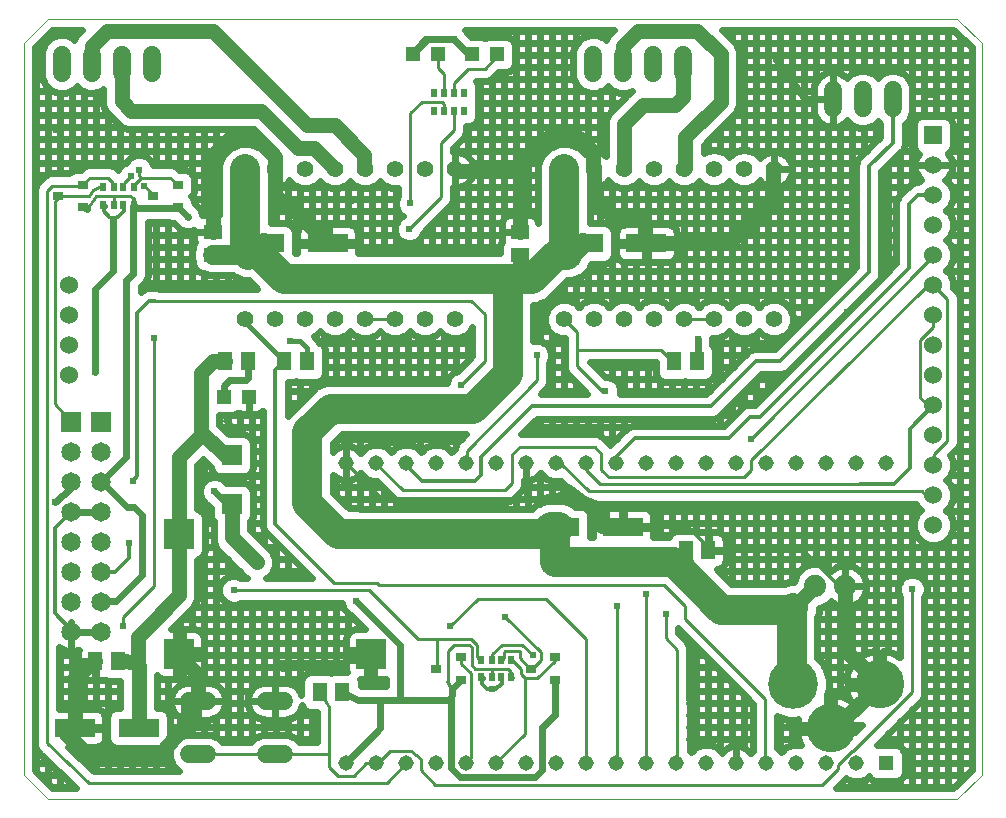
<source format=gtl>
G75*
%MOIN*%
%OFA0B0*%
%FSLAX25Y25*%
%IPPOS*%
%LPD*%
%AMOC8*
5,1,8,0,0,1.08239X$1,22.5*
%
%ADD10C,0.00000*%
%ADD11C,0.06000*%
%ADD12R,0.06000X0.06000*%
%ADD13R,0.05150X0.05150*%
%ADD14C,0.05150*%
%ADD15C,0.05543*%
%ADD16R,0.04724X0.04724*%
%ADD17R,0.05118X0.06299*%
%ADD18R,0.05906X0.05118*%
%ADD19R,0.13780X0.06299*%
%ADD20C,0.16598*%
%ADD21C,0.16200*%
%ADD22C,0.07400*%
%ADD23R,0.05118X0.05906*%
%ADD24R,0.10000X0.10000*%
%ADD25C,0.05937*%
%ADD26C,0.06000*%
%ADD27R,0.06693X0.07087*%
%ADD28R,0.03543X0.03150*%
%ADD29R,0.02362X0.03150*%
%ADD30R,0.01969X0.03150*%
%ADD31R,0.06500X0.06500*%
%ADD32C,0.06500*%
%ADD33C,0.05000*%
%ADD34C,0.01200*%
%ADD35C,0.02400*%
%ADD36C,0.02400*%
%ADD37OC8,0.02400*%
%ADD38C,0.01000*%
%ADD39C,0.01600*%
%ADD40C,0.10000*%
%ADD41C,0.06600*%
%ADD42C,0.04400*%
%ADD43C,0.04000*%
D10*
X0001000Y0008874D02*
X0001000Y0252969D01*
X0008874Y0260843D01*
X0312024Y0260843D01*
X0320409Y0252969D01*
X0320409Y0008874D01*
X0312024Y0001000D01*
X0008874Y0001000D01*
X0001000Y0008874D01*
D11*
X0016039Y0142063D03*
X0016039Y0152063D03*
X0016039Y0162063D03*
X0016039Y0172063D03*
X0304150Y0172063D03*
X0304150Y0182063D03*
X0304150Y0192063D03*
X0304150Y0202063D03*
X0304150Y0212063D03*
X0304150Y0162063D03*
X0304150Y0152063D03*
X0304150Y0142063D03*
X0304150Y0132063D03*
X0304150Y0122063D03*
X0304150Y0112063D03*
X0304150Y0102063D03*
X0304150Y0092063D03*
D12*
X0304150Y0222063D03*
D13*
X0288402Y0012811D03*
D14*
X0278402Y0012811D03*
X0268402Y0012811D03*
X0258402Y0012811D03*
X0248402Y0012811D03*
X0238402Y0012811D03*
X0228402Y0012811D03*
X0218402Y0012811D03*
X0208402Y0012811D03*
X0198402Y0012811D03*
X0188402Y0012811D03*
X0178402Y0012811D03*
X0168402Y0012811D03*
X0158402Y0012811D03*
X0148402Y0012811D03*
X0138402Y0012811D03*
X0128402Y0012811D03*
X0118402Y0012811D03*
X0108402Y0012811D03*
X0108402Y0112811D03*
X0118402Y0112811D03*
X0128402Y0112811D03*
X0138402Y0112811D03*
X0148402Y0112811D03*
X0158402Y0112811D03*
X0168402Y0112811D03*
X0178402Y0112811D03*
X0188402Y0112811D03*
X0198402Y0112811D03*
X0208402Y0112811D03*
X0218402Y0112811D03*
X0228402Y0112811D03*
X0238402Y0112811D03*
X0248402Y0112811D03*
X0258402Y0112811D03*
X0268402Y0112811D03*
X0278402Y0112811D03*
X0288402Y0112811D03*
D15*
X0251039Y0160724D03*
X0241039Y0160724D03*
X0231039Y0160724D03*
X0221039Y0160724D03*
X0211039Y0160724D03*
X0201039Y0160724D03*
X0191039Y0160724D03*
X0181039Y0160724D03*
X0144740Y0160724D03*
X0134740Y0160724D03*
X0124740Y0160724D03*
X0114740Y0160724D03*
X0104740Y0160724D03*
X0094740Y0160724D03*
X0084740Y0160724D03*
X0074740Y0160724D03*
X0074740Y0210724D03*
X0084740Y0210724D03*
X0094740Y0210724D03*
X0104740Y0210724D03*
X0114740Y0210724D03*
X0124740Y0210724D03*
X0134740Y0210724D03*
X0144740Y0210724D03*
X0181039Y0210724D03*
X0191039Y0210724D03*
X0201039Y0210724D03*
X0211039Y0210724D03*
X0221039Y0210724D03*
X0231039Y0210724D03*
X0241039Y0210724D03*
X0251039Y0210724D03*
D16*
X0158677Y0249031D03*
X0150409Y0249031D03*
X0138992Y0249031D03*
X0130724Y0249031D03*
X0076000Y0134858D03*
X0067732Y0134858D03*
D17*
X0068126Y0146669D03*
X0075606Y0146669D03*
X0087811Y0146669D03*
X0095291Y0146669D03*
X0099622Y0036433D03*
X0107102Y0036433D03*
X0217732Y0146669D03*
X0225213Y0146669D03*
D18*
X0166354Y0182299D03*
X0166354Y0189780D03*
X0063992Y0189780D03*
X0063992Y0182299D03*
D19*
X0080921Y0186039D03*
X0102181Y0186039D03*
X0187220Y0186039D03*
X0208480Y0186039D03*
X0200606Y0091551D03*
X0179346Y0091551D03*
X0039189Y0024622D03*
X0017929Y0024622D03*
D20*
X0257387Y0039189D03*
D21*
X0269898Y0024380D03*
X0286209Y0039089D03*
D22*
X0274780Y0071866D03*
X0264780Y0071866D03*
D23*
X0229150Y0083677D03*
X0221669Y0083677D03*
X0032299Y0046669D03*
X0024819Y0046669D03*
D24*
X0052713Y0049169D03*
X0052713Y0089051D03*
X0116610Y0089051D03*
X0116610Y0049169D03*
D25*
X0087630Y0033480D02*
X0081693Y0033480D01*
X0081693Y0015764D02*
X0087630Y0015764D01*
X0062039Y0015764D02*
X0056102Y0015764D01*
X0056102Y0033480D02*
X0062039Y0033480D01*
D26*
X0270528Y0231031D02*
X0270528Y0237031D01*
X0280528Y0237031D02*
X0280528Y0231031D01*
X0290528Y0231031D02*
X0290528Y0237031D01*
X0220724Y0242843D02*
X0220724Y0248843D01*
X0210724Y0248843D02*
X0210724Y0242843D01*
X0200724Y0242843D02*
X0200724Y0248843D01*
X0190724Y0248843D02*
X0190724Y0242843D01*
X0043559Y0242843D02*
X0043559Y0248843D01*
X0033559Y0248843D02*
X0033559Y0242843D01*
X0023559Y0242843D02*
X0023559Y0248843D01*
X0013559Y0248843D02*
X0013559Y0242843D01*
D27*
X0070291Y0115370D03*
X0070291Y0099228D03*
D28*
X0138402Y0044307D03*
X0146669Y0040567D03*
X0146669Y0048047D03*
X0169898Y0044307D03*
X0178165Y0040567D03*
X0178165Y0048047D03*
X0052181Y0198047D03*
X0052181Y0205528D03*
X0043913Y0201787D03*
X0020685Y0198047D03*
X0020685Y0205528D03*
X0012417Y0201787D03*
D29*
X0027476Y0198835D03*
X0027476Y0204740D03*
X0037516Y0204740D03*
X0037516Y0198835D03*
X0137713Y0230331D03*
X0137713Y0236236D03*
X0147752Y0236236D03*
X0147752Y0230331D03*
X0153461Y0047260D03*
X0153461Y0041354D03*
X0163500Y0041354D03*
X0163500Y0047260D03*
D30*
X0160055Y0047260D03*
X0156906Y0047260D03*
X0156906Y0041354D03*
X0160055Y0041354D03*
X0034071Y0198835D03*
X0030921Y0198835D03*
X0030921Y0204740D03*
X0034071Y0204740D03*
X0141157Y0230331D03*
X0144307Y0230331D03*
X0144307Y0236236D03*
X0141157Y0236236D03*
D31*
X0026748Y0126551D03*
X0016748Y0126551D03*
D32*
X0016748Y0116551D03*
X0016748Y0106551D03*
X0016748Y0096551D03*
X0026748Y0096551D03*
X0026748Y0106551D03*
X0026748Y0116551D03*
X0026748Y0086551D03*
X0026748Y0076551D03*
X0026748Y0066551D03*
X0026748Y0056551D03*
X0016748Y0056551D03*
X0016748Y0066551D03*
X0016748Y0076551D03*
X0016748Y0086551D03*
D33*
X0042339Y0058087D02*
X0039091Y0054839D01*
X0039091Y0046571D01*
X0032299Y0046669D01*
X0039091Y0046571D02*
X0039189Y0045291D01*
X0039189Y0024622D01*
X0047063Y0016354D02*
X0021472Y0016354D01*
X0015173Y0022654D01*
X0015173Y0023441D01*
X0017929Y0024622D01*
X0017929Y0041354D01*
X0024819Y0046669D01*
X0042339Y0058087D02*
X0052575Y0068717D01*
X0052713Y0089051D01*
X0052575Y0114780D01*
X0060055Y0122260D01*
X0060055Y0123047D01*
X0060055Y0142732D01*
X0063992Y0146669D01*
X0068126Y0146669D01*
X0060055Y0123047D02*
X0068126Y0115370D01*
X0070291Y0115370D01*
X0070291Y0099228D02*
X0070291Y0088008D01*
X0078559Y0079740D01*
X0052713Y0049169D02*
X0059071Y0041748D01*
X0059071Y0033480D01*
X0057496Y0033480D01*
X0055724Y0031709D01*
X0055724Y0026591D01*
X0047063Y0016354D01*
X0182102Y0103362D02*
X0187220Y0099425D01*
X0191157Y0098244D01*
X0193565Y0095837D01*
X0193565Y0091900D01*
X0257387Y0064473D02*
X0257387Y0039189D01*
X0269898Y0024380D02*
X0271499Y0024380D01*
X0286209Y0039089D01*
X0274780Y0050518D01*
X0274780Y0071866D01*
X0264780Y0071866D02*
X0257387Y0064473D01*
X0166354Y0174228D02*
X0166354Y0182299D01*
X0166354Y0189780D02*
X0166354Y0210055D01*
X0166354Y0212024D01*
X0175409Y0221079D01*
X0186039Y0221079D01*
X0190764Y0216354D01*
X0190764Y0211000D01*
X0191039Y0210724D01*
X0191039Y0201118D01*
X0197063Y0195094D01*
X0205331Y0195094D01*
X0208087Y0192339D01*
X0208087Y0186433D01*
X0208480Y0186039D01*
X0236039Y0186039D01*
X0250606Y0200606D01*
X0250606Y0210291D01*
X0251039Y0210724D01*
X0233283Y0233283D02*
X0221472Y0221472D01*
X0221472Y0211157D01*
X0221039Y0210724D01*
X0201039Y0210724D02*
X0201039Y0225843D01*
X0207299Y0232102D01*
X0217929Y0232102D01*
X0220685Y0234858D01*
X0220685Y0241866D01*
X0233283Y0249031D02*
X0233283Y0233283D01*
X0233283Y0249031D02*
X0225409Y0256906D01*
X0205724Y0256906D01*
X0200724Y0251906D01*
X0200724Y0245843D01*
X0166354Y0210055D02*
X0145409Y0210055D01*
X0144740Y0210724D01*
X0114740Y0210724D02*
X0114386Y0211079D01*
X0114386Y0215567D01*
X0104543Y0225409D01*
X0095488Y0225409D01*
X0063992Y0256906D01*
X0028559Y0256906D01*
X0023559Y0251906D01*
X0023559Y0245843D01*
X0033559Y0245843D02*
X0033559Y0233402D01*
X0036827Y0230134D01*
X0080134Y0230134D01*
X0092339Y0217929D01*
X0097535Y0217929D01*
X0104740Y0210724D01*
X0091157Y0197063D02*
X0089976Y0197063D01*
X0084740Y0202299D01*
X0084740Y0210724D01*
X0084740Y0214898D01*
X0078165Y0221472D01*
X0069898Y0221472D01*
X0063992Y0215567D01*
X0063992Y0189780D01*
X0091157Y0197063D02*
X0102181Y0186039D01*
D34*
X0087811Y0146669D02*
X0084813Y0143671D01*
X0084813Y0124076D01*
X0084813Y0092463D01*
X0108550Y0112600D02*
X0108402Y0112811D01*
X0108550Y0112600D02*
X0108663Y0112600D01*
X0120475Y0100788D01*
X0168323Y0100788D01*
X0168323Y0112600D01*
X0168400Y0112600D01*
X0173835Y0101576D02*
X0178559Y0102181D01*
X0182102Y0103362D01*
X0174698Y0101576D02*
X0173835Y0101576D01*
X0168323Y0100788D01*
X0153362Y0108874D02*
X0153362Y0114780D01*
X0170291Y0131709D01*
X0230134Y0131709D01*
X0245094Y0146669D01*
X0252969Y0146669D01*
X0282654Y0176354D01*
X0282654Y0211787D01*
X0290528Y0219661D01*
X0290528Y0234031D01*
X0299031Y0202181D02*
X0304031Y0202181D01*
X0304150Y0202063D01*
X0299031Y0202181D02*
X0295882Y0199031D01*
X0295882Y0177772D01*
X0246276Y0128165D01*
X0243126Y0128165D01*
X0236039Y0121079D01*
X0204543Y0121079D01*
X0198244Y0114780D01*
X0198402Y0112811D01*
X0200350Y0091900D02*
X0193565Y0091900D01*
X0200350Y0091900D02*
X0200606Y0091551D01*
X0200800Y0091450D01*
X0222400Y0091450D01*
X0228700Y0085150D01*
X0228700Y0083800D01*
X0229150Y0083677D01*
X0229600Y0083350D01*
X0261100Y0083350D01*
X0272350Y0072100D01*
X0274780Y0071866D01*
X0279775Y0105963D02*
X0291002Y0105963D01*
X0296276Y0111236D01*
X0296276Y0124189D01*
X0304150Y0132063D01*
X0251039Y0210724D02*
X0252100Y0212950D01*
X0153362Y0108874D02*
X0151394Y0106906D01*
X0133677Y0106906D01*
X0128402Y0112181D01*
X0128402Y0112811D01*
X0080232Y0119110D02*
X0067929Y0126984D01*
X0038795Y0108480D02*
X0037220Y0106906D01*
X0038795Y0108480D02*
X0038795Y0162811D01*
X0042831Y0166846D01*
X0044799Y0166846D01*
X0032500Y0194950D02*
X0030700Y0194163D01*
X0029350Y0194950D01*
X0027550Y0196750D01*
X0027550Y0198550D01*
X0032500Y0194950D02*
X0034300Y0196750D01*
X0034300Y0198550D01*
X0034071Y0198835D01*
X0037516Y0198835D02*
X0037516Y0200705D01*
X0016748Y0096551D02*
X0011236Y0091039D01*
X0011236Y0062811D01*
X0016748Y0057299D01*
X0016748Y0056551D01*
X0024819Y0046669D02*
X0024850Y0046563D01*
X0026748Y0076551D02*
X0031276Y0076551D01*
X0036039Y0081315D01*
X0036039Y0086039D01*
X0085489Y0046450D02*
X0084700Y0033850D01*
X0084661Y0033480D01*
X0085489Y0046450D02*
X0118900Y0046450D01*
X0116610Y0049169D01*
X0142339Y0039976D02*
X0143520Y0037220D01*
X0153550Y0039250D02*
X0155350Y0037450D01*
X0158500Y0037450D01*
X0159175Y0038125D01*
X0157094Y0037450D01*
X0159175Y0038125D02*
X0160300Y0039250D01*
X0160300Y0041050D01*
X0160055Y0041354D01*
X0163500Y0041354D02*
X0163900Y0041050D01*
X0153550Y0041050D02*
X0153550Y0039250D01*
D35*
X0153550Y0041050D02*
X0153461Y0041354D01*
X0146669Y0040567D02*
X0146350Y0040150D01*
X0143650Y0037450D01*
X0143650Y0036433D01*
X0143256Y0033850D01*
X0126492Y0033850D01*
X0126492Y0052181D01*
X0111728Y0066945D01*
X0107379Y0065000D02*
X0057439Y0065000D01*
X0057691Y0065248D02*
X0057722Y0065322D01*
X0057778Y0065380D01*
X0058190Y0066430D01*
X0058629Y0067470D01*
X0058629Y0067550D01*
X0058659Y0067625D01*
X0058637Y0068753D01*
X0058718Y0080612D01*
X0059730Y0081031D01*
X0060732Y0082033D01*
X0061275Y0083343D01*
X0061275Y0094760D01*
X0060732Y0096069D01*
X0059730Y0097071D01*
X0058730Y0097486D01*
X0058650Y0112282D01*
X0060564Y0114196D01*
X0063383Y0111515D01*
X0063383Y0111118D01*
X0063925Y0109809D01*
X0064927Y0108807D01*
X0066236Y0108265D01*
X0074346Y0108265D01*
X0075656Y0108807D01*
X0076658Y0109809D01*
X0077200Y0111118D01*
X0077200Y0119622D01*
X0076658Y0120931D01*
X0075656Y0121933D01*
X0074346Y0122476D01*
X0069452Y0122476D01*
X0066117Y0125648D01*
X0066117Y0128934D01*
X0070803Y0128934D01*
X0072112Y0129476D01*
X0072245Y0129609D01*
X0072704Y0129419D01*
X0073323Y0129296D01*
X0076000Y0129296D01*
X0078677Y0129296D01*
X0079296Y0129419D01*
X0079878Y0129660D01*
X0080402Y0130010D01*
X0080651Y0130259D01*
X0080651Y0091635D01*
X0081284Y0090105D01*
X0082455Y0088934D01*
X0082697Y0088834D01*
X0097079Y0074452D01*
X0081634Y0074452D01*
X0081993Y0074601D01*
X0083698Y0076306D01*
X0084621Y0078534D01*
X0084621Y0080946D01*
X0083698Y0083174D01*
X0076354Y0090519D01*
X0076354Y0093363D01*
X0076658Y0093667D01*
X0077200Y0094976D01*
X0077200Y0103480D01*
X0076658Y0104789D01*
X0075656Y0105792D01*
X0074346Y0106334D01*
X0068247Y0106334D01*
X0067182Y0107399D01*
X0065432Y0108124D01*
X0063537Y0108124D01*
X0061787Y0107399D01*
X0060447Y0106060D01*
X0059722Y0104309D01*
X0059722Y0102415D01*
X0060447Y0100665D01*
X0061787Y0099325D01*
X0063383Y0097729D01*
X0063383Y0094976D01*
X0063925Y0093667D01*
X0064229Y0093363D01*
X0064229Y0086802D01*
X0065152Y0084574D01*
X0075125Y0074601D01*
X0075485Y0074452D01*
X0073519Y0074452D01*
X0071829Y0075152D01*
X0069935Y0075152D01*
X0068184Y0074427D01*
X0066845Y0073087D01*
X0066120Y0071337D01*
X0066120Y0069442D01*
X0066845Y0067692D01*
X0068184Y0066353D01*
X0069935Y0065628D01*
X0071829Y0065628D01*
X0073519Y0066328D01*
X0106966Y0066328D01*
X0106966Y0065998D01*
X0107691Y0064247D01*
X0109031Y0062908D01*
X0114569Y0057369D01*
X0111295Y0057369D01*
X0110677Y0057246D01*
X0110094Y0057005D01*
X0109570Y0056655D01*
X0109125Y0056209D01*
X0108774Y0055685D01*
X0108533Y0055103D01*
X0108410Y0054484D01*
X0108410Y0050369D01*
X0115410Y0050369D01*
X0115410Y0047969D01*
X0117810Y0047969D01*
X0117810Y0040969D01*
X0121730Y0040969D01*
X0121730Y0038612D01*
X0120747Y0038612D01*
X0113494Y0038612D01*
X0113224Y0038744D01*
X0113224Y0040291D01*
X0112943Y0040969D01*
X0115410Y0040969D01*
X0115410Y0047969D01*
X0108410Y0047969D01*
X0108410Y0043854D01*
X0108533Y0043236D01*
X0108571Y0043145D01*
X0103835Y0043145D01*
X0103362Y0042949D01*
X0102890Y0043145D01*
X0096354Y0043145D01*
X0095045Y0042603D01*
X0094043Y0041600D01*
X0093501Y0040291D01*
X0093501Y0035373D01*
X0093346Y0035848D01*
X0092906Y0036713D01*
X0092335Y0037499D01*
X0091648Y0038185D01*
X0090863Y0038756D01*
X0089998Y0039197D01*
X0089074Y0039497D01*
X0088115Y0039649D01*
X0084661Y0039649D01*
X0081207Y0039649D01*
X0080248Y0039497D01*
X0079325Y0039197D01*
X0078460Y0038756D01*
X0077674Y0038185D01*
X0076988Y0037499D01*
X0076417Y0036713D01*
X0075976Y0035848D01*
X0075676Y0034925D01*
X0075524Y0033966D01*
X0075524Y0033480D01*
X0075524Y0032995D01*
X0075676Y0032036D01*
X0075976Y0031112D01*
X0076417Y0030247D01*
X0076988Y0029462D01*
X0077674Y0028775D01*
X0078460Y0028205D01*
X0079325Y0027764D01*
X0080248Y0027464D01*
X0081207Y0027312D01*
X0084661Y0027312D01*
X0084661Y0033480D01*
X0075524Y0033480D01*
X0084661Y0033480D01*
X0084661Y0033480D01*
X0084661Y0033480D01*
X0084661Y0027312D01*
X0088115Y0027312D01*
X0089074Y0027464D01*
X0089998Y0027764D01*
X0090863Y0028205D01*
X0091648Y0028775D01*
X0092335Y0029462D01*
X0092906Y0030247D01*
X0093346Y0031112D01*
X0093647Y0032036D01*
X0093668Y0032171D01*
X0094043Y0031266D01*
X0095045Y0030264D01*
X0096354Y0029721D01*
X0098638Y0029721D01*
X0098638Y0019912D01*
X0092717Y0019912D01*
X0091329Y0021300D01*
X0088929Y0022294D01*
X0080394Y0022294D01*
X0077994Y0021300D01*
X0076606Y0019912D01*
X0067127Y0019912D01*
X0065739Y0021300D01*
X0063338Y0022294D01*
X0054803Y0022294D01*
X0052403Y0021300D01*
X0050566Y0019463D01*
X0049572Y0017063D01*
X0049572Y0014465D01*
X0050566Y0012064D01*
X0052403Y0010227D01*
X0052651Y0010125D01*
X0024440Y0010125D01*
X0015811Y0018272D01*
X0017554Y0018272D01*
X0017554Y0024247D01*
X0018304Y0024247D01*
X0018304Y0018272D01*
X0025134Y0018272D01*
X0025752Y0018395D01*
X0026335Y0018637D01*
X0026859Y0018987D01*
X0027304Y0019433D01*
X0027655Y0019957D01*
X0027896Y0020539D01*
X0028019Y0021157D01*
X0028019Y0024247D01*
X0018304Y0024247D01*
X0018304Y0024997D01*
X0017554Y0024997D01*
X0017554Y0030972D01*
X0012768Y0030972D01*
X0012768Y0051475D01*
X0013157Y0051177D01*
X0013889Y0050754D01*
X0014670Y0050430D01*
X0015487Y0050212D01*
X0016325Y0050101D01*
X0016748Y0050101D01*
X0016748Y0056551D01*
X0016748Y0056551D01*
X0016748Y0050101D01*
X0017171Y0050101D01*
X0018009Y0050212D01*
X0018826Y0050430D01*
X0019194Y0050583D01*
X0019183Y0050555D01*
X0019060Y0049937D01*
X0019060Y0046749D01*
X0024739Y0046749D01*
X0024739Y0046590D01*
X0019060Y0046590D01*
X0019060Y0043401D01*
X0019183Y0042783D01*
X0019424Y0042201D01*
X0019774Y0041677D01*
X0020220Y0041231D01*
X0020744Y0040881D01*
X0021326Y0040640D01*
X0021945Y0040517D01*
X0024739Y0040517D01*
X0024739Y0046590D01*
X0024898Y0046590D01*
X0024898Y0040517D01*
X0027693Y0040517D01*
X0028007Y0040579D01*
X0029032Y0040154D01*
X0033127Y0040154D01*
X0033127Y0031334D01*
X0031591Y0031334D01*
X0030281Y0030792D01*
X0029279Y0029789D01*
X0028737Y0028480D01*
X0028737Y0020764D01*
X0029279Y0019455D01*
X0030281Y0018453D01*
X0031591Y0017910D01*
X0046787Y0017910D01*
X0048097Y0018453D01*
X0049099Y0019455D01*
X0049641Y0020764D01*
X0049641Y0028480D01*
X0049099Y0029789D01*
X0048097Y0030792D01*
X0046787Y0031334D01*
X0045251Y0031334D01*
X0045251Y0042105D01*
X0045673Y0041684D01*
X0046197Y0041333D01*
X0046779Y0041092D01*
X0047397Y0040969D01*
X0051513Y0040969D01*
X0051513Y0047969D01*
X0053913Y0047969D01*
X0053913Y0050369D01*
X0060913Y0050369D01*
X0060913Y0054484D01*
X0060790Y0055103D01*
X0060548Y0055685D01*
X0060198Y0056209D01*
X0059752Y0056655D01*
X0059228Y0057005D01*
X0058646Y0057246D01*
X0058028Y0057369D01*
X0053913Y0057369D01*
X0053913Y0050369D01*
X0051513Y0050369D01*
X0051513Y0057369D01*
X0050064Y0057369D01*
X0056888Y0064456D01*
X0057691Y0065248D01*
X0057000Y0064566D02*
X0057000Y0057369D01*
X0059236Y0057000D02*
X0110087Y0057000D01*
X0109000Y0056023D02*
X0109000Y0062938D01*
X0110938Y0061000D02*
X0053560Y0061000D01*
X0053000Y0060418D02*
X0053000Y0050369D01*
X0053913Y0049000D02*
X0115410Y0049000D01*
X0117000Y0047969D02*
X0117000Y0038612D01*
X0117810Y0041000D02*
X0115410Y0041000D01*
X0113000Y0040969D02*
X0113000Y0040831D01*
X0115410Y0045000D02*
X0117810Y0045000D01*
X0121000Y0040969D02*
X0121000Y0038612D01*
X0119800Y0033850D02*
X0112393Y0033850D01*
X0107102Y0036433D01*
X0105000Y0043145D02*
X0105000Y0066328D01*
X0101000Y0066328D02*
X0101000Y0043145D01*
X0097000Y0043145D02*
X0097000Y0066328D01*
X0093000Y0066328D02*
X0093000Y0036528D01*
X0092697Y0037000D02*
X0093501Y0037000D01*
X0093794Y0041000D02*
X0058182Y0041000D01*
X0058028Y0040969D02*
X0058646Y0041092D01*
X0059228Y0041333D01*
X0059752Y0041684D01*
X0060198Y0042129D01*
X0060548Y0042654D01*
X0060790Y0043236D01*
X0060913Y0043854D01*
X0060913Y0047969D01*
X0053913Y0047969D01*
X0053913Y0040969D01*
X0058028Y0040969D01*
X0057000Y0040969D02*
X0057000Y0039649D01*
X0055617Y0039649D02*
X0054658Y0039497D01*
X0053734Y0039197D01*
X0052869Y0038756D01*
X0052084Y0038185D01*
X0051397Y0037499D01*
X0050827Y0036713D01*
X0050386Y0035848D01*
X0050086Y0034925D01*
X0049934Y0033966D01*
X0049934Y0033480D01*
X0049934Y0032995D01*
X0050086Y0032036D01*
X0050386Y0031112D01*
X0050827Y0030247D01*
X0051397Y0029462D01*
X0052084Y0028775D01*
X0052869Y0028205D01*
X0053734Y0027764D01*
X0054658Y0027464D01*
X0055617Y0027312D01*
X0059071Y0027312D01*
X0062525Y0027312D01*
X0063484Y0027464D01*
X0064407Y0027764D01*
X0065272Y0028205D01*
X0066058Y0028775D01*
X0066744Y0029462D01*
X0067315Y0030247D01*
X0067756Y0031112D01*
X0068056Y0032036D01*
X0068208Y0032995D01*
X0068208Y0033480D01*
X0059071Y0033480D01*
X0059071Y0027312D01*
X0059071Y0033480D01*
X0059071Y0033480D01*
X0059071Y0033480D01*
X0049934Y0033480D01*
X0059071Y0033480D01*
X0059071Y0033480D01*
X0068208Y0033480D01*
X0068208Y0033966D01*
X0068056Y0034925D01*
X0067756Y0035848D01*
X0067315Y0036713D01*
X0066744Y0037499D01*
X0066058Y0038185D01*
X0065272Y0038756D01*
X0064407Y0039197D01*
X0063484Y0039497D01*
X0062525Y0039649D01*
X0059071Y0039649D01*
X0059071Y0033480D01*
X0059071Y0033480D01*
X0059071Y0039649D01*
X0055617Y0039649D01*
X0053913Y0041000D02*
X0051513Y0041000D01*
X0049000Y0040969D02*
X0049000Y0029888D01*
X0049426Y0029000D02*
X0051859Y0029000D01*
X0053000Y0028138D02*
X0053000Y0021548D01*
X0052103Y0021000D02*
X0049641Y0021000D01*
X0049000Y0019356D02*
X0049000Y0010125D01*
X0050178Y0013000D02*
X0021395Y0013000D01*
X0021000Y0013373D02*
X0021000Y0018272D01*
X0018304Y0021000D02*
X0017554Y0021000D01*
X0017000Y0018272D02*
X0017000Y0017149D01*
X0017158Y0017000D02*
X0049572Y0017000D01*
X0045000Y0017910D02*
X0045000Y0010125D01*
X0041000Y0010125D02*
X0041000Y0017910D01*
X0037000Y0017910D02*
X0037000Y0010125D01*
X0033000Y0010125D02*
X0033000Y0017910D01*
X0029000Y0020129D02*
X0029000Y0010125D01*
X0025000Y0010125D02*
X0025000Y0018272D01*
X0027988Y0021000D02*
X0028737Y0021000D01*
X0025000Y0024247D02*
X0025000Y0024997D01*
X0028019Y0024997D02*
X0028019Y0028087D01*
X0027896Y0028705D01*
X0027655Y0029287D01*
X0027304Y0029812D01*
X0026859Y0030257D01*
X0026335Y0030607D01*
X0025752Y0030849D01*
X0025134Y0030972D01*
X0018304Y0030972D01*
X0018304Y0024997D01*
X0028019Y0024997D01*
X0028019Y0025000D02*
X0028737Y0025000D01*
X0028952Y0029000D02*
X0027774Y0029000D01*
X0029000Y0029115D02*
X0029000Y0040167D01*
X0033000Y0040154D02*
X0033000Y0031334D01*
X0033127Y0033000D02*
X0012768Y0033000D01*
X0013000Y0030972D02*
X0013000Y0051297D01*
X0012768Y0049000D02*
X0019060Y0049000D01*
X0017000Y0050101D02*
X0017000Y0030972D01*
X0017554Y0029000D02*
X0018304Y0029000D01*
X0021000Y0030972D02*
X0021000Y0040775D01*
X0020566Y0041000D02*
X0012768Y0041000D01*
X0012768Y0045000D02*
X0019060Y0045000D01*
X0021000Y0046590D02*
X0021000Y0046749D01*
X0024739Y0045000D02*
X0024898Y0045000D01*
X0024898Y0041000D02*
X0024739Y0041000D01*
X0025000Y0040517D02*
X0025000Y0030972D01*
X0021000Y0024997D02*
X0021000Y0024247D01*
X0018304Y0025000D02*
X0017554Y0025000D01*
X0012768Y0037000D02*
X0033127Y0037000D01*
X0045251Y0037000D02*
X0051035Y0037000D01*
X0053000Y0038823D02*
X0053000Y0047969D01*
X0053913Y0045000D02*
X0051513Y0045000D01*
X0057000Y0047969D02*
X0057000Y0050369D01*
X0053913Y0053000D02*
X0051513Y0053000D01*
X0051513Y0057000D02*
X0053913Y0057000D01*
X0060913Y0053000D02*
X0108410Y0053000D01*
X0109000Y0050369D02*
X0109000Y0047969D01*
X0108410Y0045000D02*
X0060913Y0045000D01*
X0061000Y0039649D02*
X0061000Y0082679D01*
X0059655Y0081000D02*
X0068726Y0081000D01*
X0069000Y0080726D02*
X0069000Y0074765D01*
X0066809Y0073000D02*
X0058666Y0073000D01*
X0058639Y0069000D02*
X0066303Y0069000D01*
X0069000Y0066015D02*
X0069000Y0019912D01*
X0066039Y0021000D02*
X0077693Y0021000D01*
X0077000Y0020307D02*
X0077000Y0029450D01*
X0077450Y0029000D02*
X0066283Y0029000D01*
X0065000Y0028066D02*
X0065000Y0021606D01*
X0061000Y0022294D02*
X0061000Y0027312D01*
X0059071Y0029000D02*
X0059071Y0029000D01*
X0057000Y0027312D02*
X0057000Y0022294D01*
X0049641Y0025000D02*
X0098638Y0025000D01*
X0098638Y0029000D02*
X0091873Y0029000D01*
X0093000Y0030432D02*
X0093000Y0019912D01*
X0091630Y0021000D02*
X0098638Y0021000D01*
X0097000Y0019912D02*
X0097000Y0029721D01*
X0089000Y0027452D02*
X0089000Y0022265D01*
X0085000Y0022294D02*
X0085000Y0027312D01*
X0084661Y0029000D02*
X0084661Y0029000D01*
X0084661Y0033000D02*
X0084661Y0033000D01*
X0084661Y0033480D02*
X0084661Y0039649D01*
X0084661Y0033480D01*
X0084661Y0033480D01*
X0084661Y0037000D02*
X0084661Y0037000D01*
X0085000Y0039649D02*
X0085000Y0066328D01*
X0081000Y0066328D02*
X0081000Y0039616D01*
X0077000Y0037511D02*
X0077000Y0066328D01*
X0073000Y0066113D02*
X0073000Y0019912D01*
X0081000Y0022294D02*
X0081000Y0027345D01*
X0081000Y0033480D02*
X0081000Y0033480D01*
X0077000Y0033480D02*
X0077000Y0033480D01*
X0075524Y0033000D02*
X0068208Y0033000D01*
X0065000Y0033480D02*
X0065000Y0033480D01*
X0067107Y0037000D02*
X0076625Y0037000D01*
X0065000Y0038895D02*
X0065000Y0084941D01*
X0064976Y0085000D02*
X0061275Y0085000D01*
X0061275Y0089000D02*
X0064229Y0089000D01*
X0064229Y0093000D02*
X0061275Y0093000D01*
X0061000Y0095423D02*
X0061000Y0100112D01*
X0060308Y0101000D02*
X0058711Y0101000D01*
X0058874Y0099425D02*
X0060449Y0108480D01*
X0079346Y0108480D01*
X0080232Y0109366D01*
X0080232Y0112024D01*
X0080232Y0119110D01*
X0080651Y0121000D02*
X0076589Y0121000D01*
X0077000Y0120105D02*
X0077000Y0129296D01*
X0076000Y0129296D02*
X0076000Y0134858D01*
X0076000Y0134858D01*
X0076000Y0129296D01*
X0073000Y0129360D02*
X0073000Y0122476D01*
X0069000Y0122905D02*
X0069000Y0128934D01*
X0070963Y0129000D02*
X0080651Y0129000D01*
X0080651Y0125000D02*
X0066798Y0125000D01*
X0067732Y0134858D02*
X0067732Y0138598D01*
X0069504Y0140370D01*
X0075016Y0140370D01*
X0075803Y0141157D01*
X0075803Y0146472D01*
X0075606Y0146669D01*
X0088975Y0139957D02*
X0088975Y0128643D01*
X0090638Y0130306D01*
X0098512Y0138180D01*
X0101659Y0139483D01*
X0141907Y0139483D01*
X0141907Y0139743D01*
X0142632Y0141493D01*
X0143972Y0142832D01*
X0145662Y0143532D01*
X0150481Y0148352D01*
X0150481Y0158033D01*
X0150110Y0157137D01*
X0148328Y0155355D01*
X0146000Y0154391D01*
X0143480Y0154391D01*
X0141152Y0155355D01*
X0139740Y0156767D01*
X0138328Y0155355D01*
X0136000Y0154391D01*
X0133480Y0154391D01*
X0131152Y0155355D01*
X0129740Y0156767D01*
X0128328Y0155355D01*
X0126000Y0154391D01*
X0123480Y0154391D01*
X0121152Y0155355D01*
X0119819Y0156688D01*
X0119661Y0156688D01*
X0118328Y0155355D01*
X0116000Y0154391D01*
X0113480Y0154391D01*
X0111152Y0155355D01*
X0109740Y0156767D01*
X0108328Y0155355D01*
X0106000Y0154391D01*
X0103480Y0154391D01*
X0101152Y0155355D01*
X0099740Y0156767D01*
X0098328Y0155355D01*
X0097603Y0155054D01*
X0098989Y0153668D01*
X0099222Y0153106D01*
X0099868Y0152839D01*
X0100870Y0151837D01*
X0101413Y0150527D01*
X0101413Y0142811D01*
X0100870Y0141502D01*
X0099868Y0140500D01*
X0098559Y0139957D01*
X0092024Y0139957D01*
X0091551Y0140153D01*
X0091079Y0139957D01*
X0088975Y0139957D01*
X0089000Y0139957D02*
X0089000Y0128668D01*
X0088975Y0129000D02*
X0089332Y0129000D01*
X0088975Y0133000D02*
X0093332Y0133000D01*
X0093000Y0132668D02*
X0093000Y0139957D01*
X0088975Y0137000D02*
X0097332Y0137000D01*
X0097000Y0136668D02*
X0097000Y0139957D01*
X0100368Y0141000D02*
X0142428Y0141000D01*
X0141000Y0139483D02*
X0141000Y0155507D01*
X0137000Y0154805D02*
X0137000Y0139483D01*
X0133000Y0139483D02*
X0133000Y0154589D01*
X0129000Y0156027D02*
X0129000Y0139483D01*
X0125000Y0139483D02*
X0125000Y0154391D01*
X0121000Y0155507D02*
X0121000Y0139483D01*
X0117000Y0139483D02*
X0117000Y0154805D01*
X0113000Y0154589D02*
X0113000Y0139483D01*
X0109000Y0139483D02*
X0109000Y0156027D01*
X0105000Y0154391D02*
X0105000Y0139483D01*
X0101000Y0139210D02*
X0101000Y0141815D01*
X0101413Y0145000D02*
X0147129Y0145000D01*
X0149000Y0146871D02*
X0149000Y0156027D01*
X0149973Y0157000D02*
X0150481Y0157000D01*
X0150481Y0153000D02*
X0099479Y0153000D01*
X0101000Y0151524D02*
X0101000Y0155507D01*
X0101413Y0149000D02*
X0150481Y0149000D01*
X0145000Y0154391D02*
X0145000Y0143258D01*
X0145000Y0122359D02*
X0145000Y0118911D01*
X0144884Y0118631D02*
X0144581Y0117987D01*
X0144576Y0117887D01*
X0144538Y0117795D01*
X0144538Y0117626D01*
X0143402Y0116490D01*
X0141878Y0118014D01*
X0139622Y0118948D01*
X0137181Y0118948D01*
X0134925Y0118014D01*
X0133402Y0116490D01*
X0131878Y0118014D01*
X0129622Y0118948D01*
X0127181Y0118948D01*
X0124925Y0118014D01*
X0123402Y0116490D01*
X0121878Y0118014D01*
X0119622Y0118948D01*
X0117181Y0118948D01*
X0114925Y0118014D01*
X0113199Y0116287D01*
X0113132Y0116125D01*
X0112806Y0116573D01*
X0112164Y0117216D01*
X0111428Y0117750D01*
X0110618Y0118163D01*
X0109754Y0118444D01*
X0108856Y0118586D01*
X0108402Y0118586D01*
X0108402Y0112811D01*
X0108402Y0107036D01*
X0108856Y0107036D01*
X0109754Y0107178D01*
X0110618Y0107459D01*
X0111428Y0107872D01*
X0112164Y0108406D01*
X0112806Y0109049D01*
X0113132Y0109497D01*
X0113199Y0109335D01*
X0114925Y0107608D01*
X0117181Y0106674D01*
X0118631Y0106674D01*
X0124923Y0100382D01*
X0126416Y0099763D01*
X0162175Y0099763D01*
X0163668Y0100382D01*
X0164811Y0101525D01*
X0167117Y0103831D01*
X0167736Y0105324D01*
X0167736Y0107070D01*
X0167947Y0107036D01*
X0168402Y0107036D01*
X0168856Y0107036D01*
X0169754Y0107178D01*
X0170618Y0107459D01*
X0171428Y0107872D01*
X0172164Y0108406D01*
X0172806Y0109049D01*
X0173132Y0109497D01*
X0173199Y0109335D01*
X0174925Y0107608D01*
X0177181Y0106674D01*
X0179622Y0106674D01*
X0180049Y0106851D01*
X0185838Y0101061D01*
X0186981Y0099918D01*
X0188474Y0099300D01*
X0298191Y0099300D01*
X0298586Y0098346D01*
X0299869Y0097063D01*
X0298586Y0095780D01*
X0297587Y0093368D01*
X0297587Y0090758D01*
X0298586Y0088346D01*
X0300432Y0086500D01*
X0302844Y0085501D01*
X0305455Y0085501D01*
X0307867Y0086500D01*
X0309713Y0088346D01*
X0310712Y0090758D01*
X0310712Y0093368D01*
X0309713Y0095780D01*
X0308430Y0097063D01*
X0309713Y0098346D01*
X0310712Y0100758D01*
X0310712Y0103368D01*
X0309713Y0105780D01*
X0308430Y0107063D01*
X0309713Y0108346D01*
X0310712Y0110758D01*
X0310712Y0113368D01*
X0309819Y0115524D01*
X0311101Y0116806D01*
X0312244Y0117949D01*
X0312862Y0119442D01*
X0312862Y0168308D01*
X0312244Y0169801D01*
X0310712Y0171333D01*
X0310712Y0173368D01*
X0309713Y0175780D01*
X0308430Y0177063D01*
X0309713Y0178346D01*
X0310712Y0180758D01*
X0310712Y0183368D01*
X0309713Y0185780D01*
X0308430Y0187063D01*
X0309713Y0188346D01*
X0310712Y0190758D01*
X0310712Y0193368D01*
X0309713Y0195780D01*
X0308430Y0197063D01*
X0309713Y0198346D01*
X0310712Y0200758D01*
X0310712Y0203368D01*
X0309713Y0205780D01*
X0308171Y0207321D01*
X0308189Y0207334D01*
X0308879Y0208024D01*
X0309452Y0208813D01*
X0309895Y0209683D01*
X0310197Y0210611D01*
X0310350Y0211575D01*
X0310350Y0212063D01*
X0310350Y0212551D01*
X0310197Y0213515D01*
X0309895Y0214443D01*
X0309452Y0215312D01*
X0308978Y0215965D01*
X0309167Y0216043D01*
X0310169Y0217045D01*
X0310712Y0218354D01*
X0310712Y0225772D01*
X0310169Y0227081D01*
X0309167Y0228083D01*
X0307858Y0228625D01*
X0300441Y0228625D01*
X0299132Y0228083D01*
X0298130Y0227081D01*
X0297587Y0225772D01*
X0297587Y0218354D01*
X0298130Y0217045D01*
X0299132Y0216043D01*
X0299321Y0215965D01*
X0298847Y0215312D01*
X0298404Y0214443D01*
X0298102Y0213515D01*
X0297950Y0212551D01*
X0297950Y0212063D01*
X0297950Y0211575D01*
X0298102Y0210611D01*
X0298404Y0209683D01*
X0298847Y0208813D01*
X0299421Y0208024D01*
X0300111Y0207334D01*
X0300128Y0207321D01*
X0299150Y0206343D01*
X0298204Y0206343D01*
X0296674Y0205710D01*
X0295503Y0204539D01*
X0292353Y0201389D01*
X0291720Y0199859D01*
X0291720Y0179496D01*
X0244552Y0132328D01*
X0242298Y0132328D01*
X0240768Y0131694D01*
X0239597Y0130523D01*
X0234315Y0125241D01*
X0203715Y0125241D01*
X0202186Y0124607D01*
X0201015Y0123436D01*
X0196393Y0118814D01*
X0194625Y0120582D01*
X0193482Y0121725D01*
X0191989Y0122343D01*
X0166812Y0122343D01*
X0172015Y0127546D01*
X0230962Y0127546D01*
X0232492Y0128180D01*
X0246819Y0142507D01*
X0253796Y0142507D01*
X0255326Y0143141D01*
X0286182Y0173997D01*
X0286816Y0175526D01*
X0286816Y0210063D01*
X0294056Y0217304D01*
X0294690Y0218833D01*
X0294690Y0225913D01*
X0296091Y0227314D01*
X0297090Y0229726D01*
X0297090Y0238337D01*
X0296091Y0240749D01*
X0294245Y0242595D01*
X0291833Y0243594D01*
X0289222Y0243594D01*
X0286810Y0242595D01*
X0285528Y0241312D01*
X0284245Y0242595D01*
X0281833Y0243594D01*
X0279222Y0243594D01*
X0276810Y0242595D01*
X0275269Y0241053D01*
X0275257Y0241071D01*
X0274567Y0241761D01*
X0273777Y0242334D01*
X0272908Y0242777D01*
X0271979Y0243079D01*
X0271016Y0243231D01*
X0270528Y0243231D01*
X0270528Y0234032D01*
X0270527Y0234032D01*
X0270527Y0243231D01*
X0270040Y0243231D01*
X0269076Y0243079D01*
X0268148Y0242777D01*
X0267278Y0242334D01*
X0266489Y0241761D01*
X0265798Y0241071D01*
X0265225Y0240281D01*
X0264782Y0239411D01*
X0264480Y0238483D01*
X0264328Y0237519D01*
X0264328Y0234032D01*
X0270527Y0234032D01*
X0270527Y0234031D01*
X0270528Y0234031D01*
X0270528Y0224831D01*
X0271016Y0224831D01*
X0271979Y0224984D01*
X0272908Y0225286D01*
X0273777Y0225729D01*
X0274567Y0226302D01*
X0275257Y0226992D01*
X0275269Y0227010D01*
X0276810Y0225468D01*
X0279222Y0224469D01*
X0281833Y0224469D01*
X0284245Y0225468D01*
X0285528Y0226751D01*
X0286365Y0225913D01*
X0286365Y0221385D01*
X0279125Y0214145D01*
X0278491Y0212615D01*
X0278491Y0178078D01*
X0251244Y0150831D01*
X0244267Y0150831D01*
X0242737Y0150198D01*
X0241566Y0149027D01*
X0228410Y0135871D01*
X0199568Y0135871D01*
X0199602Y0135952D01*
X0199602Y0137847D01*
X0198877Y0139597D01*
X0197537Y0140937D01*
X0195787Y0141662D01*
X0194527Y0141662D01*
X0189645Y0146544D01*
X0211511Y0146544D01*
X0211611Y0146444D01*
X0211611Y0142811D01*
X0212153Y0141502D01*
X0213155Y0140500D01*
X0214465Y0139957D01*
X0221000Y0139957D01*
X0221472Y0140153D01*
X0221945Y0139957D01*
X0228480Y0139957D01*
X0229789Y0140500D01*
X0230792Y0141502D01*
X0231334Y0142811D01*
X0231334Y0150527D01*
X0230792Y0151837D01*
X0230312Y0152316D01*
X0230312Y0154391D01*
X0232299Y0154391D01*
X0234627Y0155355D01*
X0236039Y0156767D01*
X0237452Y0155355D01*
X0239779Y0154391D01*
X0242299Y0154391D01*
X0244627Y0155355D01*
X0246039Y0156767D01*
X0247452Y0155355D01*
X0249779Y0154391D01*
X0252299Y0154391D01*
X0254627Y0155355D01*
X0256409Y0157137D01*
X0257373Y0159465D01*
X0257373Y0161984D01*
X0256409Y0164312D01*
X0254627Y0166094D01*
X0252299Y0167058D01*
X0249779Y0167058D01*
X0247452Y0166094D01*
X0246039Y0164682D01*
X0244627Y0166094D01*
X0242299Y0167058D01*
X0239779Y0167058D01*
X0237452Y0166094D01*
X0236039Y0164682D01*
X0234627Y0166094D01*
X0232299Y0167058D01*
X0229779Y0167058D01*
X0227452Y0166094D01*
X0226170Y0164812D01*
X0225909Y0164812D01*
X0224627Y0166094D01*
X0222299Y0167058D01*
X0219779Y0167058D01*
X0217452Y0166094D01*
X0216039Y0164682D01*
X0214627Y0166094D01*
X0212299Y0167058D01*
X0209779Y0167058D01*
X0207452Y0166094D01*
X0206039Y0164682D01*
X0204627Y0166094D01*
X0202299Y0167058D01*
X0199779Y0167058D01*
X0197452Y0166094D01*
X0196039Y0164682D01*
X0194627Y0166094D01*
X0192299Y0167058D01*
X0189779Y0167058D01*
X0187452Y0166094D01*
X0186039Y0164682D01*
X0184627Y0166094D01*
X0182299Y0167058D01*
X0179779Y0167058D01*
X0177452Y0166094D01*
X0175670Y0164312D01*
X0174706Y0161984D01*
X0174706Y0159465D01*
X0175670Y0157137D01*
X0177452Y0155355D01*
X0179779Y0154391D01*
X0181325Y0154391D01*
X0181325Y0144249D01*
X0181943Y0142756D01*
X0188828Y0135871D01*
X0173229Y0135871D01*
X0175444Y0138086D01*
X0176062Y0139579D01*
X0176062Y0146075D01*
X0176762Y0147765D01*
X0176762Y0149660D01*
X0176037Y0151410D01*
X0174698Y0152750D01*
X0172947Y0153475D01*
X0171053Y0153475D01*
X0170783Y0153363D01*
X0170783Y0165666D01*
X0171994Y0165666D01*
X0175141Y0166970D01*
X0177550Y0169378D01*
X0181909Y0173737D01*
X0183805Y0173737D01*
X0186952Y0175041D01*
X0189361Y0177449D01*
X0190087Y0179201D01*
X0190213Y0179328D01*
X0194819Y0179328D01*
X0196128Y0179870D01*
X0197130Y0180872D01*
X0197672Y0182181D01*
X0197672Y0189898D01*
X0197130Y0191207D01*
X0196128Y0192209D01*
X0194819Y0192751D01*
X0189602Y0192751D01*
X0189602Y0204913D01*
X0189641Y0204900D01*
X0190569Y0204753D01*
X0191039Y0204753D01*
X0191039Y0210724D01*
X0191039Y0210724D01*
X0191039Y0204753D01*
X0191509Y0204753D01*
X0192438Y0204900D01*
X0193332Y0205190D01*
X0194169Y0205617D01*
X0194930Y0206169D01*
X0195594Y0206834D01*
X0195753Y0207053D01*
X0197452Y0205355D01*
X0199779Y0204391D01*
X0202299Y0204391D01*
X0204627Y0205355D01*
X0206039Y0206767D01*
X0207452Y0205355D01*
X0209779Y0204391D01*
X0212299Y0204391D01*
X0214627Y0205355D01*
X0216039Y0206767D01*
X0217452Y0205355D01*
X0219779Y0204391D01*
X0222299Y0204391D01*
X0224627Y0205355D01*
X0226039Y0206767D01*
X0227452Y0205355D01*
X0229779Y0204391D01*
X0232299Y0204391D01*
X0234627Y0205355D01*
X0236039Y0206767D01*
X0237452Y0205355D01*
X0239779Y0204391D01*
X0242299Y0204391D01*
X0244627Y0205355D01*
X0246325Y0207053D01*
X0246484Y0206834D01*
X0247149Y0206169D01*
X0247910Y0205617D01*
X0248747Y0205190D01*
X0249641Y0204900D01*
X0250569Y0204753D01*
X0251039Y0204753D01*
X0251039Y0210724D01*
X0251039Y0210724D01*
X0251039Y0204753D01*
X0251509Y0204753D01*
X0252438Y0204900D01*
X0253332Y0205190D01*
X0254169Y0205617D01*
X0254930Y0206169D01*
X0255594Y0206834D01*
X0256147Y0207595D01*
X0256574Y0208432D01*
X0256864Y0209326D01*
X0257011Y0210254D01*
X0257011Y0210724D01*
X0251039Y0210724D01*
X0251039Y0210724D01*
X0251039Y0210725D02*
X0251039Y0216696D01*
X0250569Y0216696D01*
X0249641Y0216549D01*
X0248747Y0216259D01*
X0247910Y0215832D01*
X0247149Y0215279D01*
X0246484Y0214615D01*
X0246325Y0214396D01*
X0244627Y0216094D01*
X0242299Y0217058D01*
X0239779Y0217058D01*
X0237452Y0216094D01*
X0236039Y0214682D01*
X0234627Y0216094D01*
X0232299Y0217058D01*
X0229779Y0217058D01*
X0227535Y0216128D01*
X0227535Y0218961D01*
X0238423Y0229849D01*
X0239346Y0232078D01*
X0239346Y0250237D01*
X0238423Y0252465D01*
X0236717Y0254171D01*
X0233608Y0257280D01*
X0310613Y0257280D01*
X0316847Y0251427D01*
X0316847Y0010416D01*
X0310613Y0004562D01*
X0271757Y0004562D01*
X0274864Y0007669D01*
X0274925Y0007608D01*
X0277181Y0006674D01*
X0279622Y0006674D01*
X0281878Y0007608D01*
X0282713Y0008444D01*
X0282807Y0008218D01*
X0283809Y0007216D01*
X0285118Y0006674D01*
X0291685Y0006674D01*
X0292994Y0007216D01*
X0293996Y0008218D01*
X0294539Y0009528D01*
X0294539Y0016094D01*
X0293996Y0017404D01*
X0292994Y0018406D01*
X0291685Y0018948D01*
X0285243Y0018948D01*
X0300544Y0034249D01*
X0301162Y0035742D01*
X0301162Y0068170D01*
X0301862Y0069860D01*
X0301862Y0071754D01*
X0301137Y0073505D01*
X0299798Y0074844D01*
X0298047Y0075569D01*
X0296153Y0075569D01*
X0294402Y0074844D01*
X0293063Y0073505D01*
X0292338Y0071754D01*
X0292338Y0069860D01*
X0293038Y0068170D01*
X0293038Y0048096D01*
X0292758Y0048319D01*
X0291683Y0048995D01*
X0290540Y0049545D01*
X0289342Y0049964D01*
X0288104Y0050247D01*
X0287409Y0050325D01*
X0287409Y0040289D01*
X0285009Y0040289D01*
X0285009Y0050325D01*
X0284313Y0050247D01*
X0283075Y0049964D01*
X0281878Y0049545D01*
X0280734Y0048995D01*
X0279659Y0048319D01*
X0278667Y0047528D01*
X0277770Y0046631D01*
X0276978Y0045638D01*
X0276303Y0044564D01*
X0275752Y0043420D01*
X0275333Y0042222D01*
X0275051Y0040985D01*
X0274972Y0040289D01*
X0285009Y0040289D01*
X0285009Y0037889D01*
X0274972Y0037889D01*
X0275051Y0037193D01*
X0275333Y0035956D01*
X0275752Y0034758D01*
X0276244Y0033738D01*
X0275372Y0034285D01*
X0274229Y0034836D01*
X0273031Y0035255D01*
X0271793Y0035537D01*
X0271098Y0035616D01*
X0271098Y0025580D01*
X0268698Y0025580D01*
X0268698Y0035573D01*
X0269248Y0037627D01*
X0269248Y0040751D01*
X0268440Y0043767D01*
X0266878Y0046472D01*
X0265468Y0047882D01*
X0265468Y0061609D01*
X0265949Y0062770D01*
X0265949Y0064462D01*
X0266091Y0064604D01*
X0266224Y0064604D01*
X0268893Y0065710D01*
X0270036Y0066852D01*
X0270220Y0066667D01*
X0270938Y0066117D01*
X0271721Y0065664D01*
X0272557Y0065318D01*
X0273431Y0065084D01*
X0274327Y0064966D01*
X0274779Y0064966D01*
X0274779Y0071866D01*
X0274780Y0071866D01*
X0274780Y0071866D01*
X0281680Y0071866D01*
X0281680Y0071414D01*
X0281561Y0070517D01*
X0281327Y0069643D01*
X0280981Y0068808D01*
X0280529Y0068024D01*
X0279978Y0067307D01*
X0279339Y0066667D01*
X0278621Y0066117D01*
X0277838Y0065664D01*
X0277002Y0065318D01*
X0276129Y0065084D01*
X0275232Y0064966D01*
X0274780Y0064966D01*
X0274780Y0071866D01*
X0281680Y0071866D01*
X0281680Y0072318D01*
X0281561Y0073215D01*
X0281327Y0074089D01*
X0280981Y0074924D01*
X0280529Y0075708D01*
X0279978Y0076425D01*
X0279339Y0077065D01*
X0278621Y0077616D01*
X0277838Y0078068D01*
X0277002Y0078414D01*
X0276129Y0078648D01*
X0275232Y0078766D01*
X0274780Y0078766D01*
X0274780Y0071866D01*
X0274779Y0071866D01*
X0274779Y0078766D01*
X0274327Y0078766D01*
X0273431Y0078648D01*
X0272557Y0078414D01*
X0271721Y0078068D01*
X0270938Y0077616D01*
X0270220Y0077065D01*
X0270036Y0076880D01*
X0268893Y0078023D01*
X0266224Y0079128D01*
X0263335Y0079128D01*
X0260666Y0078023D01*
X0258623Y0075980D01*
X0257517Y0073311D01*
X0257517Y0073177D01*
X0257376Y0073035D01*
X0255683Y0073035D01*
X0254522Y0072554D01*
X0236830Y0072554D01*
X0231860Y0077524D01*
X0232024Y0077524D01*
X0232642Y0077647D01*
X0233224Y0077889D01*
X0233749Y0078239D01*
X0234194Y0078685D01*
X0234544Y0079209D01*
X0234786Y0079791D01*
X0234909Y0080409D01*
X0234909Y0083598D01*
X0229229Y0083598D01*
X0229229Y0083757D01*
X0229070Y0083757D01*
X0229070Y0089830D01*
X0226275Y0089830D01*
X0225962Y0089768D01*
X0224937Y0090192D01*
X0218402Y0090192D01*
X0217092Y0089650D01*
X0216090Y0088648D01*
X0215947Y0088302D01*
X0210696Y0088302D01*
X0210696Y0091176D01*
X0200981Y0091176D01*
X0200981Y0091926D01*
X0200231Y0091926D01*
X0200231Y0091176D01*
X0190517Y0091176D01*
X0190517Y0088302D01*
X0189798Y0088302D01*
X0189798Y0095409D01*
X0189256Y0096719D01*
X0188254Y0097721D01*
X0186945Y0098263D01*
X0184743Y0098263D01*
X0184197Y0098810D01*
X0181050Y0100113D01*
X0174887Y0100113D01*
X0171740Y0098810D01*
X0170801Y0097871D01*
X0170439Y0097721D01*
X0170332Y0097613D01*
X0116664Y0097613D01*
X0109316Y0097706D01*
X0104050Y0102972D01*
X0104050Y0108995D01*
X0104640Y0108406D01*
X0105375Y0107872D01*
X0106185Y0107459D01*
X0107049Y0107178D01*
X0107947Y0107036D01*
X0108402Y0107036D01*
X0108402Y0112811D01*
X0108402Y0112811D01*
X0108402Y0112811D01*
X0108402Y0118586D01*
X0107947Y0118586D01*
X0107049Y0118444D01*
X0106185Y0118163D01*
X0105375Y0117750D01*
X0104640Y0117216D01*
X0104050Y0116627D01*
X0104050Y0119501D01*
X0106909Y0122359D01*
X0148227Y0122359D01*
X0145796Y0119928D01*
X0145269Y0119449D01*
X0145227Y0119359D01*
X0145156Y0119288D01*
X0144884Y0118631D01*
X0143912Y0117000D02*
X0142892Y0117000D01*
X0141000Y0118377D02*
X0141000Y0122359D01*
X0137000Y0122359D02*
X0137000Y0118873D01*
X0133912Y0117000D02*
X0132892Y0117000D01*
X0133000Y0116892D02*
X0133000Y0122359D01*
X0129000Y0122359D02*
X0129000Y0118948D01*
X0125000Y0118045D02*
X0125000Y0122359D01*
X0121000Y0122359D02*
X0121000Y0118377D01*
X0122892Y0117000D02*
X0123912Y0117000D01*
X0117000Y0118873D02*
X0117000Y0122359D01*
X0113000Y0122359D02*
X0113000Y0116306D01*
X0112379Y0117000D02*
X0113912Y0117000D01*
X0109000Y0118563D02*
X0109000Y0122359D01*
X0105550Y0121000D02*
X0146868Y0121000D01*
X0145000Y0099763D02*
X0145000Y0097613D01*
X0149000Y0097613D02*
X0149000Y0099763D01*
X0153000Y0099763D02*
X0153000Y0097613D01*
X0157000Y0097613D02*
X0157000Y0099763D01*
X0161000Y0099763D02*
X0161000Y0097613D01*
X0165000Y0097613D02*
X0165000Y0101713D01*
X0164287Y0101000D02*
X0185899Y0101000D01*
X0185838Y0101061D02*
X0185838Y0101061D01*
X0185000Y0101899D02*
X0185000Y0098263D01*
X0189000Y0099300D02*
X0189000Y0096975D01*
X0188975Y0097000D02*
X0191490Y0097000D01*
X0191677Y0097186D02*
X0191231Y0096741D01*
X0190881Y0096217D01*
X0190640Y0095634D01*
X0190517Y0095016D01*
X0190517Y0091926D01*
X0200231Y0091926D01*
X0200231Y0097901D01*
X0193401Y0097901D01*
X0192783Y0097778D01*
X0192201Y0097537D01*
X0191677Y0097186D01*
X0193000Y0097821D02*
X0193000Y0099300D01*
X0197000Y0099300D02*
X0197000Y0097901D01*
X0200231Y0097000D02*
X0200981Y0097000D01*
X0200981Y0097901D02*
X0200981Y0091926D01*
X0210696Y0091926D01*
X0210696Y0095016D01*
X0210573Y0095634D01*
X0210332Y0096217D01*
X0209982Y0096741D01*
X0209536Y0097186D01*
X0209012Y0097537D01*
X0208429Y0097778D01*
X0207811Y0097901D01*
X0200981Y0097901D01*
X0201000Y0097901D02*
X0201000Y0099300D01*
X0205000Y0099300D02*
X0205000Y0097901D01*
X0200981Y0093000D02*
X0200231Y0093000D01*
X0201000Y0091926D02*
X0201000Y0091176D01*
X0197000Y0091176D02*
X0197000Y0091926D01*
X0193000Y0091926D02*
X0193000Y0091176D01*
X0190517Y0093000D02*
X0189798Y0093000D01*
X0189798Y0089000D02*
X0190517Y0089000D01*
X0181000Y0100113D02*
X0181000Y0105899D01*
X0181899Y0105000D02*
X0167602Y0105000D01*
X0168402Y0107036D02*
X0168402Y0112811D01*
X0168402Y0107036D01*
X0169000Y0107059D02*
X0169000Y0097613D01*
X0173000Y0099332D02*
X0173000Y0109316D01*
X0172757Y0109000D02*
X0173534Y0109000D01*
X0168402Y0109000D02*
X0168402Y0109000D01*
X0168402Y0112811D02*
X0168402Y0112811D01*
X0169000Y0122343D02*
X0169000Y0124531D01*
X0169469Y0125000D02*
X0203134Y0125000D01*
X0205000Y0125241D02*
X0205000Y0127546D01*
X0201000Y0127546D02*
X0201000Y0123422D01*
X0198578Y0121000D02*
X0194207Y0121000D01*
X0193000Y0121925D02*
X0193000Y0127546D01*
X0197000Y0127546D02*
X0197000Y0119422D01*
X0189000Y0122343D02*
X0189000Y0127546D01*
X0185000Y0127546D02*
X0185000Y0122343D01*
X0181000Y0122343D02*
X0181000Y0127546D01*
X0177000Y0127546D02*
X0177000Y0122343D01*
X0173000Y0122343D02*
X0173000Y0127546D01*
X0177000Y0135871D02*
X0177000Y0155806D01*
X0175806Y0157000D02*
X0170783Y0157000D01*
X0173000Y0153453D02*
X0173000Y0166083D01*
X0170783Y0165000D02*
X0176358Y0165000D01*
X0177000Y0165642D02*
X0177000Y0168828D01*
X0177172Y0169000D02*
X0269413Y0169000D01*
X0269000Y0168587D02*
X0269000Y0225009D01*
X0269027Y0225000D02*
X0233573Y0225000D01*
X0233000Y0224427D02*
X0233000Y0216768D01*
X0232440Y0217000D02*
X0239639Y0217000D01*
X0241000Y0217058D02*
X0241000Y0257280D01*
X0237000Y0257280D02*
X0237000Y0253888D01*
X0237888Y0253000D02*
X0315172Y0253000D01*
X0313000Y0255039D02*
X0313000Y0006803D01*
X0311080Y0005000D02*
X0272195Y0005000D01*
X0273000Y0004562D02*
X0273000Y0005805D01*
X0277000Y0006749D02*
X0277000Y0004562D01*
X0281000Y0004562D02*
X0281000Y0007245D01*
X0285000Y0006723D02*
X0285000Y0004562D01*
X0289000Y0004562D02*
X0289000Y0006674D01*
X0293000Y0007222D02*
X0293000Y0004562D01*
X0297000Y0004562D02*
X0297000Y0030705D01*
X0295295Y0029000D02*
X0316847Y0029000D01*
X0316847Y0025000D02*
X0291295Y0025000D01*
X0293000Y0026705D02*
X0293000Y0018400D01*
X0294163Y0017000D02*
X0316847Y0017000D01*
X0316847Y0013000D02*
X0294539Y0013000D01*
X0294320Y0009000D02*
X0315340Y0009000D01*
X0309000Y0004562D02*
X0309000Y0087633D01*
X0309984Y0089000D02*
X0316847Y0089000D01*
X0316847Y0085000D02*
X0234909Y0085000D01*
X0234909Y0083757D02*
X0234909Y0086945D01*
X0234786Y0087563D01*
X0234544Y0088146D01*
X0234194Y0088670D01*
X0233749Y0089116D01*
X0233224Y0089466D01*
X0232642Y0089707D01*
X0232024Y0089830D01*
X0229229Y0089830D01*
X0229229Y0083757D01*
X0234909Y0083757D01*
X0233000Y0083757D02*
X0233000Y0083598D01*
X0234909Y0081000D02*
X0316847Y0081000D01*
X0316847Y0077000D02*
X0279404Y0077000D01*
X0281000Y0074879D02*
X0281000Y0099300D01*
X0277000Y0099300D02*
X0277000Y0078415D01*
X0274780Y0077000D02*
X0274779Y0077000D01*
X0273000Y0078533D02*
X0273000Y0099300D01*
X0269000Y0099300D02*
X0269000Y0077916D01*
X0269916Y0077000D02*
X0270155Y0077000D01*
X0274779Y0073000D02*
X0274780Y0073000D01*
X0277000Y0071866D02*
X0277000Y0071866D01*
X0274779Y0069000D02*
X0274780Y0069000D01*
X0274779Y0065000D02*
X0274780Y0065000D01*
X0275489Y0065000D02*
X0293038Y0065000D01*
X0293000Y0068261D02*
X0293000Y0048126D01*
X0293038Y0049000D02*
X0291672Y0049000D01*
X0289000Y0050042D02*
X0289000Y0099300D01*
X0285000Y0099300D02*
X0285000Y0050324D01*
X0285009Y0049000D02*
X0287409Y0049000D01*
X0287409Y0045000D02*
X0285009Y0045000D01*
X0285009Y0041000D02*
X0287409Y0041000D01*
X0285000Y0040289D02*
X0285000Y0037889D01*
X0281000Y0037889D02*
X0281000Y0040289D01*
X0277000Y0040289D02*
X0277000Y0037889D01*
X0275095Y0037000D02*
X0269080Y0037000D01*
X0269000Y0036702D02*
X0269000Y0025580D01*
X0268698Y0025580D02*
X0268698Y0023180D01*
X0258661Y0023180D01*
X0258740Y0022484D01*
X0259022Y0021246D01*
X0259441Y0020048D01*
X0259992Y0018905D01*
X0260085Y0018756D01*
X0259622Y0018948D01*
X0257181Y0018948D01*
X0254925Y0018014D01*
X0253402Y0016490D01*
X0252112Y0017779D01*
X0252112Y0028538D01*
X0252808Y0028136D01*
X0255825Y0027328D01*
X0258948Y0027328D01*
X0258982Y0027337D01*
X0258740Y0026275D01*
X0258661Y0025580D01*
X0268698Y0025580D01*
X0268698Y0025000D02*
X0252112Y0025000D01*
X0253000Y0028085D02*
X0253000Y0016892D01*
X0252892Y0017000D02*
X0253912Y0017000D01*
X0257000Y0018873D02*
X0257000Y0027328D01*
X0261000Y0025580D02*
X0261000Y0023180D01*
X0259108Y0021000D02*
X0252112Y0021000D01*
X0243988Y0021000D02*
X0222845Y0021000D01*
X0224925Y0018014D02*
X0223402Y0016490D01*
X0222854Y0017038D01*
X0222779Y0050612D01*
X0222779Y0051414D01*
X0222777Y0051419D01*
X0222777Y0051423D01*
X0222468Y0052163D01*
X0222160Y0052907D01*
X0222157Y0052911D01*
X0222155Y0052915D01*
X0221587Y0053481D01*
X0218925Y0056142D01*
X0218925Y0057680D01*
X0219199Y0057406D01*
X0243988Y0032617D01*
X0243988Y0017076D01*
X0243199Y0016287D01*
X0243132Y0016125D01*
X0242806Y0016573D01*
X0242164Y0017216D01*
X0241428Y0017750D01*
X0240618Y0018163D01*
X0239754Y0018444D01*
X0238856Y0018586D01*
X0238402Y0018586D01*
X0238402Y0012811D01*
X0238402Y0012811D01*
X0238402Y0018586D01*
X0237947Y0018586D01*
X0237049Y0018444D01*
X0236185Y0018163D01*
X0235375Y0017750D01*
X0234640Y0017216D01*
X0233997Y0016573D01*
X0233671Y0016125D01*
X0233604Y0016287D01*
X0231878Y0018014D01*
X0229622Y0018948D01*
X0227181Y0018948D01*
X0224925Y0018014D01*
X0225000Y0018045D02*
X0225000Y0051605D01*
X0223605Y0053000D02*
X0222070Y0053000D01*
X0221000Y0054068D02*
X0221000Y0055605D01*
X0219605Y0057000D02*
X0218925Y0057000D01*
X0222782Y0049000D02*
X0227605Y0049000D01*
X0229000Y0047605D02*
X0229000Y0018948D01*
X0232892Y0017000D02*
X0234424Y0017000D01*
X0233000Y0016892D02*
X0233000Y0043605D01*
X0231605Y0045000D02*
X0222791Y0045000D01*
X0222800Y0041000D02*
X0235605Y0041000D01*
X0237000Y0039605D02*
X0237000Y0018428D01*
X0238402Y0017000D02*
X0238402Y0017000D01*
X0241000Y0017968D02*
X0241000Y0035605D01*
X0239605Y0037000D02*
X0222809Y0037000D01*
X0222818Y0033000D02*
X0243605Y0033000D01*
X0243988Y0029000D02*
X0222827Y0029000D01*
X0222836Y0025000D02*
X0243988Y0025000D01*
X0243912Y0017000D02*
X0242379Y0017000D01*
X0238402Y0013000D02*
X0238402Y0013000D01*
X0223912Y0017000D02*
X0222892Y0017000D01*
X0265000Y0023180D02*
X0265000Y0025580D01*
X0268698Y0029000D02*
X0271098Y0029000D01*
X0271098Y0025580D02*
X0280385Y0025580D01*
X0277985Y0023180D01*
X0271098Y0023180D01*
X0271098Y0025580D01*
X0271098Y0025000D02*
X0279805Y0025000D01*
X0277000Y0025580D02*
X0277000Y0023180D01*
X0273000Y0023180D02*
X0273000Y0025580D01*
X0271098Y0033000D02*
X0268698Y0033000D01*
X0273000Y0035262D02*
X0273000Y0065200D01*
X0274070Y0065000D02*
X0267180Y0065000D01*
X0269000Y0065816D02*
X0269000Y0041676D01*
X0269181Y0041000D02*
X0275054Y0041000D01*
X0276577Y0045000D02*
X0267728Y0045000D01*
X0265468Y0049000D02*
X0280745Y0049000D01*
X0281000Y0049123D02*
X0281000Y0068853D01*
X0281061Y0069000D02*
X0292694Y0069000D01*
X0292854Y0073000D02*
X0281590Y0073000D01*
X0281000Y0071866D02*
X0281000Y0071866D01*
X0277000Y0065318D02*
X0277000Y0045665D01*
X0265468Y0053000D02*
X0293038Y0053000D01*
X0293038Y0057000D02*
X0265468Y0057000D01*
X0265468Y0061000D02*
X0293038Y0061000D01*
X0301162Y0061000D02*
X0316847Y0061000D01*
X0316847Y0057000D02*
X0301162Y0057000D01*
X0301162Y0053000D02*
X0316847Y0053000D01*
X0316847Y0049000D02*
X0301162Y0049000D01*
X0301162Y0045000D02*
X0316847Y0045000D01*
X0316847Y0041000D02*
X0301162Y0041000D01*
X0301162Y0037000D02*
X0316847Y0037000D01*
X0316847Y0033000D02*
X0299295Y0033000D01*
X0301000Y0035350D02*
X0301000Y0004562D01*
X0305000Y0004562D02*
X0305000Y0085501D01*
X0301000Y0086265D02*
X0301000Y0073642D01*
X0301346Y0073000D02*
X0316847Y0073000D01*
X0316847Y0069000D02*
X0301506Y0069000D01*
X0301162Y0065000D02*
X0316847Y0065000D01*
X0297000Y0075569D02*
X0297000Y0099300D01*
X0299806Y0097000D02*
X0209722Y0097000D01*
X0209000Y0097541D02*
X0209000Y0099300D01*
X0213000Y0099300D02*
X0213000Y0088302D01*
X0210696Y0089000D02*
X0216443Y0089000D01*
X0217000Y0089557D02*
X0217000Y0099300D01*
X0221000Y0099300D02*
X0221000Y0090192D01*
X0225000Y0090166D02*
X0225000Y0099300D01*
X0229000Y0099300D02*
X0229000Y0089830D01*
X0229070Y0089000D02*
X0229229Y0089000D01*
X0233000Y0089559D02*
X0233000Y0099300D01*
X0237000Y0099300D02*
X0237000Y0072554D01*
X0236384Y0073000D02*
X0255598Y0073000D01*
X0257000Y0073035D02*
X0257000Y0099300D01*
X0253000Y0099300D02*
X0253000Y0072554D01*
X0249000Y0072554D02*
X0249000Y0099300D01*
X0245000Y0099300D02*
X0245000Y0072554D01*
X0241000Y0072554D02*
X0241000Y0099300D01*
X0233864Y0089000D02*
X0298315Y0089000D01*
X0297587Y0093000D02*
X0210696Y0093000D01*
X0209000Y0091926D02*
X0209000Y0091176D01*
X0205000Y0091176D02*
X0205000Y0091926D01*
X0229070Y0085000D02*
X0229229Y0085000D01*
X0233000Y0077796D02*
X0233000Y0076384D01*
X0232384Y0077000D02*
X0259643Y0077000D01*
X0261000Y0078161D02*
X0261000Y0099300D01*
X0265000Y0099300D02*
X0265000Y0079128D01*
X0293000Y0073353D02*
X0293000Y0099300D01*
X0308493Y0097000D02*
X0316847Y0097000D01*
X0316847Y0093000D02*
X0310712Y0093000D01*
X0309000Y0096493D02*
X0309000Y0097633D01*
X0310712Y0101000D02*
X0316847Y0101000D01*
X0316847Y0105000D02*
X0310036Y0105000D01*
X0309000Y0106493D02*
X0309000Y0107633D01*
X0309984Y0109000D02*
X0316847Y0109000D01*
X0316847Y0113000D02*
X0310712Y0113000D01*
X0311295Y0117000D02*
X0316847Y0117000D01*
X0316847Y0121000D02*
X0312862Y0121000D01*
X0312862Y0125000D02*
X0316847Y0125000D01*
X0316847Y0129000D02*
X0312862Y0129000D01*
X0312862Y0133000D02*
X0316847Y0133000D01*
X0316847Y0137000D02*
X0312862Y0137000D01*
X0312862Y0141000D02*
X0316847Y0141000D01*
X0316847Y0145000D02*
X0312862Y0145000D01*
X0312862Y0149000D02*
X0316847Y0149000D01*
X0316847Y0153000D02*
X0312862Y0153000D01*
X0312862Y0157000D02*
X0316847Y0157000D01*
X0316847Y0161000D02*
X0312862Y0161000D01*
X0312862Y0165000D02*
X0316847Y0165000D01*
X0316847Y0169000D02*
X0312576Y0169000D01*
X0310712Y0173000D02*
X0316847Y0173000D01*
X0316847Y0177000D02*
X0308493Y0177000D01*
X0309000Y0176493D02*
X0309000Y0177633D01*
X0310712Y0181000D02*
X0316847Y0181000D01*
X0316847Y0185000D02*
X0310036Y0185000D01*
X0309000Y0186493D02*
X0309000Y0187633D01*
X0309984Y0189000D02*
X0316847Y0189000D01*
X0316847Y0193000D02*
X0310712Y0193000D01*
X0309000Y0196493D02*
X0309000Y0197633D01*
X0308493Y0197000D02*
X0316847Y0197000D01*
X0316847Y0201000D02*
X0310712Y0201000D01*
X0310036Y0205000D02*
X0316847Y0205000D01*
X0316847Y0209000D02*
X0309547Y0209000D01*
X0309000Y0208191D02*
X0309000Y0206493D01*
X0309000Y0212063D02*
X0309000Y0212063D01*
X0310350Y0212063D02*
X0304150Y0212063D01*
X0304150Y0212063D01*
X0310350Y0212063D01*
X0310278Y0213000D02*
X0316847Y0213000D01*
X0316847Y0217000D02*
X0310124Y0217000D01*
X0309000Y0215974D02*
X0309000Y0215935D01*
X0310712Y0221000D02*
X0316847Y0221000D01*
X0316847Y0225000D02*
X0310712Y0225000D01*
X0309000Y0228152D02*
X0309000Y0257280D01*
X0310912Y0257000D02*
X0233888Y0257000D01*
X0239346Y0249000D02*
X0316847Y0249000D01*
X0316847Y0245000D02*
X0239346Y0245000D01*
X0239346Y0241000D02*
X0265747Y0241000D01*
X0265000Y0239840D02*
X0265000Y0257280D01*
X0261000Y0257280D02*
X0261000Y0160587D01*
X0261413Y0161000D02*
X0257373Y0161000D01*
X0257000Y0162885D02*
X0257000Y0210185D01*
X0257000Y0210724D02*
X0257000Y0210724D01*
X0257011Y0210724D02*
X0257011Y0211194D01*
X0256864Y0212123D01*
X0256574Y0213017D01*
X0256147Y0213854D01*
X0255594Y0214615D01*
X0254930Y0215279D01*
X0254169Y0215832D01*
X0253332Y0216259D01*
X0252438Y0216549D01*
X0251509Y0216696D01*
X0251039Y0216696D01*
X0251039Y0210725D01*
X0251039Y0210725D01*
X0251039Y0210724D02*
X0257011Y0210724D01*
X0257000Y0211264D02*
X0257000Y0257280D01*
X0253000Y0257280D02*
X0253000Y0216366D01*
X0251039Y0213000D02*
X0251039Y0213000D01*
X0253000Y0210724D02*
X0253000Y0210724D01*
X0251039Y0209000D02*
X0251039Y0209000D01*
X0251039Y0205000D02*
X0251039Y0205000D01*
X0249333Y0205000D02*
X0243771Y0205000D01*
X0245000Y0205728D02*
X0245000Y0165721D01*
X0245721Y0165000D02*
X0246358Y0165000D01*
X0249000Y0166735D02*
X0249000Y0205108D01*
X0252746Y0205000D02*
X0278491Y0205000D01*
X0278491Y0209000D02*
X0256758Y0209000D01*
X0256579Y0213000D02*
X0278651Y0213000D01*
X0281000Y0216020D02*
X0281000Y0224469D01*
X0283114Y0225000D02*
X0286365Y0225000D01*
X0285000Y0226224D02*
X0285000Y0220020D01*
X0285980Y0221000D02*
X0229573Y0221000D01*
X0229000Y0220427D02*
X0229000Y0216735D01*
X0229639Y0217000D02*
X0227535Y0217000D01*
X0237000Y0215642D02*
X0237000Y0228427D01*
X0237573Y0229000D02*
X0264669Y0229000D01*
X0264782Y0228652D02*
X0264480Y0229580D01*
X0264328Y0230544D01*
X0264328Y0234031D01*
X0270527Y0234031D01*
X0270527Y0224831D01*
X0270040Y0224831D01*
X0269076Y0224984D01*
X0268148Y0225286D01*
X0267278Y0225729D01*
X0266489Y0226302D01*
X0265798Y0226992D01*
X0265225Y0227782D01*
X0264782Y0228652D01*
X0265000Y0228223D02*
X0265000Y0164587D01*
X0265413Y0165000D02*
X0255721Y0165000D01*
X0253000Y0166768D02*
X0253000Y0205082D01*
X0249000Y0216341D02*
X0249000Y0257280D01*
X0245000Y0257280D02*
X0245000Y0215721D01*
X0242440Y0217000D02*
X0281980Y0217000D01*
X0289000Y0212248D02*
X0289000Y0176776D01*
X0289224Y0177000D02*
X0286816Y0177000D01*
X0286816Y0181000D02*
X0291720Y0181000D01*
X0291720Y0185000D02*
X0286816Y0185000D01*
X0286816Y0189000D02*
X0291720Y0189000D01*
X0291720Y0193000D02*
X0286816Y0193000D01*
X0286816Y0197000D02*
X0291720Y0197000D01*
X0292192Y0201000D02*
X0286816Y0201000D01*
X0286816Y0205000D02*
X0295964Y0205000D01*
X0297000Y0205845D02*
X0297000Y0229509D01*
X0296789Y0229000D02*
X0316847Y0229000D01*
X0316847Y0233000D02*
X0297090Y0233000D01*
X0297090Y0237000D02*
X0316847Y0237000D01*
X0316847Y0241000D02*
X0295839Y0241000D01*
X0297000Y0238553D02*
X0297000Y0257280D01*
X0293000Y0257280D02*
X0293000Y0243110D01*
X0289000Y0243502D02*
X0289000Y0257280D01*
X0285000Y0257280D02*
X0285000Y0241839D01*
X0281000Y0243594D02*
X0281000Y0257280D01*
X0277000Y0257280D02*
X0277000Y0242673D01*
X0273000Y0242730D02*
X0273000Y0257280D01*
X0269000Y0257280D02*
X0269000Y0243054D01*
X0270527Y0241000D02*
X0270528Y0241000D01*
X0270527Y0237000D02*
X0270528Y0237000D01*
X0270528Y0234031D02*
X0261276Y0234031D01*
X0251787Y0247457D01*
X0239346Y0237000D02*
X0264328Y0237000D01*
X0265000Y0234032D02*
X0265000Y0234031D01*
X0264328Y0233000D02*
X0239346Y0233000D01*
X0237000Y0205806D02*
X0237000Y0165642D01*
X0236358Y0165000D02*
X0235721Y0165000D01*
X0233000Y0166768D02*
X0233000Y0204681D01*
X0233771Y0205000D02*
X0238308Y0205000D01*
X0241000Y0204391D02*
X0241000Y0167058D01*
X0229000Y0166735D02*
X0229000Y0204713D01*
X0228308Y0205000D02*
X0223771Y0205000D01*
X0225000Y0205728D02*
X0225000Y0165721D01*
X0225721Y0165000D02*
X0226358Y0165000D01*
X0221000Y0167058D02*
X0221000Y0204391D01*
X0218308Y0205000D02*
X0213771Y0205000D01*
X0213000Y0204681D02*
X0213000Y0192389D01*
X0215685Y0192389D02*
X0208855Y0192389D01*
X0208855Y0186414D01*
X0218570Y0186414D01*
X0218570Y0189504D01*
X0218447Y0190122D01*
X0218206Y0190705D01*
X0217856Y0191229D01*
X0217410Y0191675D01*
X0216886Y0192025D01*
X0216303Y0192266D01*
X0215685Y0192389D01*
X0217000Y0191948D02*
X0217000Y0205806D01*
X0209000Y0204713D02*
X0209000Y0192389D01*
X0208105Y0192389D02*
X0201275Y0192389D01*
X0200657Y0192266D01*
X0200075Y0192025D01*
X0199551Y0191675D01*
X0199105Y0191229D01*
X0198755Y0190705D01*
X0198514Y0190122D01*
X0198391Y0189504D01*
X0198391Y0186414D01*
X0208105Y0186414D01*
X0208105Y0185665D01*
X0198391Y0185665D01*
X0198391Y0182575D01*
X0198514Y0181956D01*
X0198755Y0181374D01*
X0199105Y0180850D01*
X0199551Y0180404D01*
X0200075Y0180054D01*
X0200657Y0179813D01*
X0201275Y0179690D01*
X0208105Y0179690D01*
X0208105Y0185664D01*
X0208855Y0185664D01*
X0208855Y0179690D01*
X0215685Y0179690D01*
X0216303Y0179813D01*
X0216886Y0180054D01*
X0217410Y0180404D01*
X0217856Y0180850D01*
X0218206Y0181374D01*
X0218447Y0181956D01*
X0218570Y0182575D01*
X0218570Y0185665D01*
X0208855Y0185665D01*
X0208855Y0186414D01*
X0208105Y0186414D01*
X0208105Y0192389D01*
X0205000Y0192389D02*
X0205000Y0205728D01*
X0203771Y0205000D02*
X0208308Y0205000D01*
X0201000Y0204391D02*
X0201000Y0192334D01*
X0197000Y0191337D02*
X0197000Y0205806D01*
X0198308Y0205000D02*
X0192746Y0205000D01*
X0193000Y0205082D02*
X0193000Y0192751D01*
X0197672Y0189000D02*
X0198391Y0189000D01*
X0201000Y0186414D02*
X0201000Y0185665D01*
X0198391Y0185000D02*
X0197672Y0185000D01*
X0197183Y0181000D02*
X0199005Y0181000D01*
X0197000Y0180742D02*
X0197000Y0165642D01*
X0196358Y0165000D02*
X0195721Y0165000D01*
X0193000Y0166768D02*
X0193000Y0179328D01*
X0189000Y0177088D02*
X0189000Y0166735D01*
X0186358Y0165000D02*
X0185721Y0165000D01*
X0185000Y0165721D02*
X0185000Y0174232D01*
X0181172Y0173000D02*
X0273413Y0173000D01*
X0273000Y0172587D02*
X0273000Y0225333D01*
X0272028Y0225000D02*
X0277941Y0225000D01*
X0277000Y0225390D02*
X0277000Y0176587D01*
X0277413Y0177000D02*
X0188912Y0177000D01*
X0181000Y0172828D02*
X0181000Y0167058D01*
X0174706Y0161000D02*
X0170783Y0161000D01*
X0174094Y0153000D02*
X0181325Y0153000D01*
X0181000Y0154391D02*
X0181000Y0135871D01*
X0185000Y0135871D02*
X0185000Y0139699D01*
X0183699Y0141000D02*
X0176062Y0141000D01*
X0176062Y0145000D02*
X0181325Y0145000D01*
X0181325Y0149000D02*
X0176762Y0149000D01*
X0174358Y0137000D02*
X0187699Y0137000D01*
X0193000Y0143189D02*
X0193000Y0146544D01*
X0191189Y0145000D02*
X0211611Y0145000D01*
X0209000Y0146544D02*
X0209000Y0135871D01*
X0213000Y0135871D02*
X0213000Y0140655D01*
X0212655Y0141000D02*
X0197385Y0141000D01*
X0197000Y0141159D02*
X0197000Y0146544D01*
X0201000Y0146544D02*
X0201000Y0135871D01*
X0199602Y0137000D02*
X0229539Y0137000D01*
X0229000Y0136461D02*
X0229000Y0140173D01*
X0230290Y0141000D02*
X0233539Y0141000D01*
X0233000Y0140461D02*
X0233000Y0154681D01*
X0230312Y0153000D02*
X0253413Y0153000D01*
X0253000Y0152587D02*
X0253000Y0154681D01*
X0249000Y0154713D02*
X0249000Y0150831D01*
X0245000Y0150831D02*
X0245000Y0155728D01*
X0241000Y0154391D02*
X0241000Y0148461D01*
X0241539Y0149000D02*
X0231334Y0149000D01*
X0225550Y0146800D02*
X0225213Y0146669D01*
X0225550Y0146800D02*
X0225550Y0154113D01*
X0231334Y0145000D02*
X0237539Y0145000D01*
X0237000Y0144461D02*
X0237000Y0155806D01*
X0249000Y0142507D02*
X0249000Y0136776D01*
X0249224Y0137000D02*
X0241311Y0137000D01*
X0241000Y0136689D02*
X0241000Y0131790D01*
X0237311Y0133000D02*
X0245224Y0133000D01*
X0245000Y0132776D02*
X0245000Y0140689D01*
X0245311Y0141000D02*
X0253224Y0141000D01*
X0253000Y0140776D02*
X0253000Y0142507D01*
X0257000Y0144776D02*
X0257000Y0144815D01*
X0257185Y0145000D02*
X0257224Y0145000D01*
X0261000Y0148776D02*
X0261000Y0148815D01*
X0261185Y0149000D02*
X0261224Y0149000D01*
X0265000Y0152776D02*
X0265000Y0152815D01*
X0265185Y0153000D02*
X0265224Y0153000D01*
X0269000Y0156776D02*
X0269000Y0156815D01*
X0269185Y0157000D02*
X0269224Y0157000D01*
X0273000Y0160776D02*
X0273000Y0160815D01*
X0273185Y0161000D02*
X0273224Y0161000D01*
X0277000Y0164776D02*
X0277000Y0164815D01*
X0277185Y0165000D02*
X0277224Y0165000D01*
X0281000Y0168776D02*
X0281000Y0168815D01*
X0281185Y0169000D02*
X0281224Y0169000D01*
X0285000Y0172776D02*
X0285000Y0172815D01*
X0285185Y0173000D02*
X0285224Y0173000D01*
X0278491Y0181000D02*
X0217956Y0181000D01*
X0217000Y0180130D02*
X0217000Y0165642D01*
X0216358Y0165000D02*
X0215721Y0165000D01*
X0213000Y0166768D02*
X0213000Y0179690D01*
X0209000Y0179690D02*
X0209000Y0166735D01*
X0206358Y0165000D02*
X0205721Y0165000D01*
X0205000Y0165721D02*
X0205000Y0179690D01*
X0208105Y0181000D02*
X0208855Y0181000D01*
X0208855Y0185000D02*
X0208105Y0185000D01*
X0209000Y0185665D02*
X0209000Y0186414D01*
X0208855Y0189000D02*
X0208105Y0189000D01*
X0205000Y0186414D02*
X0205000Y0185665D01*
X0201000Y0179745D02*
X0201000Y0167058D01*
X0213000Y0185665D02*
X0213000Y0186414D01*
X0217000Y0186414D02*
X0217000Y0185665D01*
X0218570Y0185000D02*
X0278491Y0185000D01*
X0278491Y0189000D02*
X0218570Y0189000D01*
X0194977Y0215232D02*
X0194930Y0215279D01*
X0194169Y0215832D01*
X0193332Y0216259D01*
X0192438Y0216549D01*
X0191509Y0216696D01*
X0191039Y0216696D01*
X0190569Y0216696D01*
X0189641Y0216549D01*
X0188747Y0216259D01*
X0187996Y0215876D01*
X0185889Y0217983D01*
X0182742Y0219287D01*
X0179336Y0219287D01*
X0176189Y0217983D01*
X0173781Y0215575D01*
X0172477Y0212428D01*
X0172477Y0192804D01*
X0172384Y0193272D01*
X0172143Y0193854D01*
X0171793Y0194378D01*
X0171347Y0194824D01*
X0170823Y0195174D01*
X0170240Y0195416D01*
X0169622Y0195539D01*
X0166434Y0195539D01*
X0166434Y0189859D01*
X0166275Y0189859D01*
X0166275Y0195539D01*
X0163086Y0195539D01*
X0162468Y0195416D01*
X0161886Y0195174D01*
X0161362Y0194824D01*
X0160916Y0194378D01*
X0160566Y0193854D01*
X0160325Y0193272D01*
X0160202Y0192654D01*
X0160202Y0189859D01*
X0166275Y0189859D01*
X0166275Y0189700D01*
X0160202Y0189700D01*
X0160202Y0186905D01*
X0160264Y0186592D01*
X0159839Y0185567D01*
X0159839Y0182791D01*
X0112271Y0182791D01*
X0112271Y0185665D01*
X0102556Y0185665D01*
X0102556Y0186414D01*
X0112271Y0186414D01*
X0112271Y0189504D01*
X0112148Y0190122D01*
X0111907Y0190705D01*
X0111556Y0191229D01*
X0111111Y0191675D01*
X0110587Y0192025D01*
X0110004Y0192266D01*
X0109386Y0192389D01*
X0102556Y0192389D01*
X0102556Y0186414D01*
X0101806Y0186414D01*
X0101806Y0185665D01*
X0092091Y0185665D01*
X0092091Y0182791D01*
X0091373Y0182791D01*
X0091373Y0189898D01*
X0090831Y0191207D01*
X0089829Y0192209D01*
X0088520Y0192751D01*
X0083302Y0192751D01*
X0083302Y0204913D01*
X0083342Y0204900D01*
X0084270Y0204753D01*
X0084740Y0204753D01*
X0084740Y0210724D01*
X0084740Y0210724D01*
X0084740Y0204753D01*
X0085210Y0204753D01*
X0086139Y0204900D01*
X0087032Y0205190D01*
X0087870Y0205617D01*
X0088630Y0206169D01*
X0089295Y0206834D01*
X0089454Y0207053D01*
X0091152Y0205355D01*
X0093480Y0204391D01*
X0096000Y0204391D01*
X0098328Y0205355D01*
X0099740Y0206767D01*
X0101152Y0205355D01*
X0103480Y0204391D01*
X0106000Y0204391D01*
X0108328Y0205355D01*
X0109740Y0206767D01*
X0111152Y0205355D01*
X0113480Y0204391D01*
X0116000Y0204391D01*
X0118328Y0205355D01*
X0119740Y0206767D01*
X0121152Y0205355D01*
X0123480Y0204391D01*
X0125753Y0204391D01*
X0125752Y0201978D01*
X0125050Y0200285D01*
X0125050Y0198390D01*
X0125775Y0196640D01*
X0127115Y0195300D01*
X0127385Y0195189D01*
X0126778Y0194937D01*
X0125438Y0193598D01*
X0124713Y0191847D01*
X0124713Y0189953D01*
X0125438Y0188202D01*
X0126778Y0186863D01*
X0128528Y0186138D01*
X0130422Y0186138D01*
X0132173Y0186863D01*
X0133512Y0188202D01*
X0134212Y0189892D01*
X0143381Y0199061D01*
X0144000Y0200554D01*
X0144000Y0202170D01*
X0144000Y0204796D01*
X0144270Y0204753D01*
X0144740Y0204753D01*
X0144740Y0210724D01*
X0144740Y0210724D01*
X0144740Y0204753D01*
X0145210Y0204753D01*
X0146139Y0204900D01*
X0147032Y0205190D01*
X0147870Y0205617D01*
X0148630Y0206169D01*
X0149295Y0206834D01*
X0149848Y0207595D01*
X0150274Y0208432D01*
X0150565Y0209326D01*
X0150712Y0210254D01*
X0150712Y0210724D01*
X0144740Y0210724D01*
X0144740Y0210724D01*
X0144740Y0210725D02*
X0144740Y0216696D01*
X0144270Y0216696D01*
X0144000Y0216653D01*
X0144000Y0217782D01*
X0146608Y0220391D01*
X0147751Y0221534D01*
X0148369Y0223027D01*
X0148369Y0225194D01*
X0149642Y0225194D01*
X0150951Y0225736D01*
X0151953Y0226738D01*
X0152495Y0228047D01*
X0152495Y0232614D01*
X0152218Y0233283D01*
X0152495Y0233953D01*
X0152495Y0238520D01*
X0151953Y0239829D01*
X0151537Y0240245D01*
X0155351Y0240245D01*
X0156844Y0240863D01*
X0157987Y0242006D01*
X0159088Y0243107D01*
X0161748Y0243107D01*
X0163057Y0243649D01*
X0164059Y0244651D01*
X0164602Y0245961D01*
X0164602Y0252102D01*
X0164059Y0253412D01*
X0163057Y0254414D01*
X0161748Y0254956D01*
X0155606Y0254956D01*
X0154543Y0254516D01*
X0153480Y0254956D01*
X0150044Y0254956D01*
X0148382Y0256756D01*
X0148344Y0256847D01*
X0147911Y0257280D01*
X0197526Y0257280D01*
X0195585Y0255339D01*
X0194977Y0253871D01*
X0194442Y0254406D01*
X0192030Y0255405D01*
X0189419Y0255405D01*
X0187007Y0254406D01*
X0185161Y0252560D01*
X0184162Y0250148D01*
X0184162Y0241537D01*
X0185161Y0239125D01*
X0187007Y0237279D01*
X0189419Y0236280D01*
X0192030Y0236280D01*
X0194442Y0237279D01*
X0195724Y0238562D01*
X0197007Y0237279D01*
X0199419Y0236280D01*
X0202030Y0236280D01*
X0203522Y0236898D01*
X0202160Y0235536D01*
X0195900Y0229276D01*
X0194977Y0227048D01*
X0194977Y0215232D01*
X0194977Y0217000D02*
X0186873Y0217000D01*
X0189000Y0216341D02*
X0189000Y0236454D01*
X0187682Y0237000D02*
X0152495Y0237000D01*
X0153000Y0240245D02*
X0153000Y0182791D01*
X0149000Y0182791D02*
X0149000Y0206539D01*
X0150459Y0209000D02*
X0172477Y0209000D01*
X0172477Y0205000D02*
X0146447Y0205000D01*
X0145000Y0204753D02*
X0145000Y0182791D01*
X0141000Y0182791D02*
X0141000Y0196680D01*
X0141320Y0197000D02*
X0172477Y0197000D01*
X0169000Y0195539D02*
X0169000Y0257280D01*
X0165000Y0257280D02*
X0165000Y0195539D01*
X0166275Y0193000D02*
X0166434Y0193000D01*
X0165000Y0189859D02*
X0165000Y0189700D01*
X0161000Y0189700D02*
X0161000Y0189859D01*
X0160202Y0189000D02*
X0133843Y0189000D01*
X0133000Y0187690D02*
X0133000Y0182791D01*
X0129000Y0182791D02*
X0129000Y0186138D01*
X0125108Y0189000D02*
X0112271Y0189000D01*
X0109000Y0186414D02*
X0109000Y0185665D01*
X0112271Y0185000D02*
X0159839Y0185000D01*
X0157000Y0182791D02*
X0157000Y0241019D01*
X0156981Y0241000D02*
X0184385Y0241000D01*
X0185000Y0239515D02*
X0185000Y0218352D01*
X0181000Y0219287D02*
X0181000Y0257280D01*
X0177000Y0257280D02*
X0177000Y0218319D01*
X0175206Y0217000D02*
X0144000Y0217000D01*
X0144740Y0216696D02*
X0144740Y0210725D01*
X0144740Y0210725D01*
X0144740Y0210724D02*
X0150712Y0210724D01*
X0150712Y0211194D01*
X0150565Y0212123D01*
X0150274Y0213017D01*
X0149848Y0213854D01*
X0149295Y0214615D01*
X0148630Y0215279D01*
X0147870Y0215832D01*
X0147032Y0216259D01*
X0146139Y0216549D01*
X0145210Y0216696D01*
X0144740Y0216696D01*
X0145000Y0216696D02*
X0145000Y0218783D01*
X0147217Y0221000D02*
X0194977Y0221000D01*
X0194977Y0225000D02*
X0148369Y0225000D01*
X0149000Y0225194D02*
X0149000Y0214910D01*
X0150280Y0213000D02*
X0172714Y0213000D01*
X0173000Y0213690D02*
X0173000Y0257280D01*
X0164230Y0253000D02*
X0185602Y0253000D01*
X0185000Y0252170D02*
X0185000Y0257280D01*
X0189000Y0257280D02*
X0189000Y0255231D01*
X0193000Y0255003D02*
X0193000Y0257280D01*
X0197000Y0257280D02*
X0197000Y0256754D01*
X0197246Y0257000D02*
X0148191Y0257000D01*
X0149000Y0257280D02*
X0149000Y0256087D01*
X0153000Y0254956D02*
X0153000Y0257280D01*
X0157000Y0257280D02*
X0157000Y0254956D01*
X0161000Y0254956D02*
X0161000Y0257280D01*
X0164602Y0249000D02*
X0184162Y0249000D01*
X0184162Y0245000D02*
X0164204Y0245000D01*
X0161000Y0243107D02*
X0161000Y0194462D01*
X0160270Y0193000D02*
X0137320Y0193000D01*
X0137000Y0192680D02*
X0137000Y0182791D01*
X0125000Y0182791D02*
X0125000Y0189260D01*
X0125000Y0192540D02*
X0125000Y0204391D01*
X0122009Y0205000D02*
X0117471Y0205000D01*
X0117000Y0204805D02*
X0117000Y0182791D01*
X0113000Y0182791D02*
X0113000Y0204589D01*
X0112009Y0205000D02*
X0107471Y0205000D01*
X0109000Y0206027D02*
X0109000Y0192389D01*
X0105000Y0192389D02*
X0105000Y0204391D01*
X0102009Y0205000D02*
X0097471Y0205000D01*
X0097000Y0204805D02*
X0097000Y0192389D01*
X0094976Y0192389D02*
X0094358Y0192266D01*
X0093776Y0192025D01*
X0093251Y0191675D01*
X0092806Y0191229D01*
X0092456Y0190705D01*
X0092214Y0190122D01*
X0092091Y0189504D01*
X0092091Y0186414D01*
X0101806Y0186414D01*
X0101806Y0192389D01*
X0094976Y0192389D01*
X0093000Y0191423D02*
X0093000Y0204589D01*
X0092009Y0205000D02*
X0086447Y0205000D01*
X0085000Y0204753D02*
X0085000Y0192751D01*
X0083302Y0193000D02*
X0125190Y0193000D01*
X0125626Y0197000D02*
X0083302Y0197000D01*
X0083302Y0201000D02*
X0125347Y0201000D01*
X0121000Y0205507D02*
X0121000Y0182791D01*
X0105000Y0185665D02*
X0105000Y0186414D01*
X0102556Y0189000D02*
X0101806Y0189000D01*
X0101000Y0186414D02*
X0101000Y0185665D01*
X0097000Y0185665D02*
X0097000Y0186414D01*
X0093000Y0186414D02*
X0093000Y0185665D01*
X0092091Y0185000D02*
X0091373Y0185000D01*
X0091373Y0189000D02*
X0092091Y0189000D01*
X0089000Y0192552D02*
X0089000Y0206539D01*
X0084740Y0205000D02*
X0084740Y0205000D01*
X0084740Y0209000D02*
X0084740Y0209000D01*
X0084740Y0210725D02*
X0084740Y0216696D01*
X0084270Y0216696D01*
X0083342Y0216549D01*
X0082448Y0216259D01*
X0081697Y0215876D01*
X0079590Y0217983D01*
X0076443Y0219287D01*
X0073037Y0219287D01*
X0069890Y0217983D01*
X0067481Y0215575D01*
X0066178Y0212428D01*
X0066178Y0195539D01*
X0064072Y0195539D01*
X0064072Y0189859D01*
X0063913Y0189859D01*
X0063913Y0195539D01*
X0060724Y0195539D01*
X0060388Y0195472D01*
X0060388Y0195845D01*
X0059663Y0197595D01*
X0058324Y0198935D01*
X0057515Y0199743D01*
X0057515Y0200331D01*
X0056973Y0201640D01*
X0056825Y0201787D01*
X0056973Y0201935D01*
X0057515Y0203244D01*
X0057515Y0207811D01*
X0056973Y0209120D01*
X0055971Y0210122D01*
X0054661Y0210665D01*
X0052680Y0210665D01*
X0051901Y0211444D01*
X0050408Y0212062D01*
X0043954Y0212062D01*
X0043423Y0213343D01*
X0042083Y0214683D01*
X0040333Y0215408D01*
X0038439Y0215408D01*
X0036688Y0214683D01*
X0035349Y0213343D01*
X0035230Y0213058D01*
X0033852Y0212487D01*
X0032513Y0211148D01*
X0032215Y0210429D01*
X0031201Y0211444D01*
X0029708Y0212062D01*
X0022242Y0212062D01*
X0020749Y0211444D01*
X0019970Y0210665D01*
X0018205Y0210665D01*
X0016896Y0210122D01*
X0016136Y0209362D01*
X0009642Y0209362D01*
X0008149Y0208744D01*
X0006405Y0207000D01*
X0005263Y0205857D01*
X0004644Y0204364D01*
X0004644Y0020141D01*
X0004623Y0020085D01*
X0004644Y0019336D01*
X0004644Y0018586D01*
X0004667Y0018530D01*
X0004669Y0018470D01*
X0004976Y0017785D01*
X0005263Y0017093D01*
X0005305Y0017050D01*
X0005330Y0016995D01*
X0005875Y0016480D01*
X0006405Y0015950D01*
X0006461Y0015927D01*
X0018497Y0004562D01*
X0010350Y0004562D01*
X0004562Y0010350D01*
X0004562Y0251493D01*
X0010350Y0257280D01*
X0020361Y0257280D01*
X0018420Y0255339D01*
X0017811Y0253871D01*
X0017276Y0254406D01*
X0014864Y0255405D01*
X0012254Y0255405D01*
X0009842Y0254406D01*
X0007996Y0252560D01*
X0006997Y0250148D01*
X0006997Y0241537D01*
X0007996Y0239125D01*
X0009842Y0237279D01*
X0012254Y0236280D01*
X0014864Y0236280D01*
X0017276Y0237279D01*
X0018559Y0238562D01*
X0019842Y0237279D01*
X0022254Y0236280D01*
X0024864Y0236280D01*
X0027276Y0237279D01*
X0027497Y0237500D01*
X0027497Y0232196D01*
X0028420Y0229968D01*
X0031687Y0226700D01*
X0033393Y0224995D01*
X0035621Y0224072D01*
X0077623Y0224072D01*
X0084998Y0216696D01*
X0084740Y0216696D01*
X0084740Y0210725D01*
X0084740Y0210725D01*
X0084740Y0213000D02*
X0084740Y0213000D01*
X0084694Y0217000D02*
X0080573Y0217000D01*
X0081000Y0216573D02*
X0081000Y0220694D01*
X0080694Y0221000D02*
X0004562Y0221000D01*
X0004562Y0217000D02*
X0068907Y0217000D01*
X0069000Y0217093D02*
X0069000Y0224072D01*
X0065000Y0224072D02*
X0065000Y0195539D01*
X0066178Y0197000D02*
X0059910Y0197000D01*
X0061000Y0195539D02*
X0061000Y0224072D01*
X0057000Y0224072D02*
X0057000Y0209054D01*
X0057022Y0209000D02*
X0066178Y0209000D01*
X0066178Y0205000D02*
X0057515Y0205000D01*
X0057000Y0202001D02*
X0057000Y0201574D01*
X0057238Y0201000D02*
X0066178Y0201000D01*
X0064072Y0193000D02*
X0063913Y0193000D01*
X0063913Y0189859D02*
X0063913Y0189700D01*
X0057839Y0189700D01*
X0057839Y0186905D01*
X0057902Y0186592D01*
X0057477Y0185567D01*
X0057477Y0184502D01*
X0057130Y0183664D01*
X0057130Y0180934D01*
X0057477Y0180096D01*
X0057477Y0179032D01*
X0058019Y0177722D01*
X0059022Y0176720D01*
X0060331Y0176178D01*
X0060838Y0176178D01*
X0062627Y0175437D01*
X0070557Y0175437D01*
X0070953Y0175041D01*
X0074100Y0173737D01*
X0075997Y0173737D01*
X0078825Y0170909D01*
X0045869Y0170909D01*
X0045627Y0171009D01*
X0042003Y0171009D01*
X0040473Y0170375D01*
X0039916Y0169818D01*
X0039916Y0171764D01*
X0041455Y0173302D01*
X0042180Y0175053D01*
X0042180Y0193088D01*
X0049271Y0193088D01*
X0049701Y0192910D01*
X0050879Y0192910D01*
X0051589Y0192200D01*
X0052928Y0190860D01*
X0054679Y0190135D01*
X0056573Y0190135D01*
X0057839Y0190660D01*
X0057839Y0189859D01*
X0063913Y0189859D01*
X0061000Y0189859D02*
X0061000Y0189700D01*
X0057839Y0189000D02*
X0042180Y0189000D01*
X0042180Y0193000D02*
X0049484Y0193000D01*
X0049000Y0193088D02*
X0049000Y0170909D01*
X0053000Y0170909D02*
X0053000Y0190831D01*
X0057000Y0190312D02*
X0057000Y0170909D01*
X0061000Y0170909D02*
X0061000Y0176111D01*
X0058742Y0177000D02*
X0042180Y0177000D01*
X0042180Y0181000D02*
X0057130Y0181000D01*
X0057477Y0185000D02*
X0042180Y0185000D01*
X0045000Y0193088D02*
X0045000Y0171009D01*
X0041000Y0170593D02*
X0041000Y0172848D01*
X0041152Y0173000D02*
X0076734Y0173000D01*
X0077000Y0172734D02*
X0077000Y0170909D01*
X0073000Y0170909D02*
X0073000Y0174193D01*
X0069000Y0175437D02*
X0069000Y0170909D01*
X0065000Y0170909D02*
X0065000Y0175437D01*
X0055626Y0194898D02*
X0053165Y0197358D01*
X0052181Y0198047D01*
X0052181Y0197850D01*
X0037417Y0197850D01*
X0037417Y0176000D01*
X0035154Y0173736D01*
X0035154Y0114957D01*
X0026748Y0106551D01*
X0026945Y0106551D01*
X0035252Y0098244D01*
X0037614Y0098244D01*
X0040370Y0095488D01*
X0040370Y0075606D01*
X0031709Y0066945D01*
X0027142Y0066945D01*
X0026748Y0066551D01*
X0026748Y0056551D02*
X0016748Y0056551D01*
X0020298Y0056551D01*
X0026748Y0056551D01*
X0026748Y0056551D01*
X0025000Y0056551D02*
X0025000Y0056551D01*
X0021000Y0056551D02*
X0021000Y0056551D01*
X0017000Y0056551D02*
X0017000Y0056551D01*
X0016748Y0056551D02*
X0016748Y0056551D01*
X0016748Y0059739D01*
X0016748Y0059739D01*
X0016748Y0056551D01*
X0016748Y0056551D01*
X0016748Y0057000D02*
X0016748Y0057000D01*
X0016748Y0053000D02*
X0016748Y0053000D01*
X0004644Y0053000D02*
X0004562Y0053000D01*
X0004562Y0057000D02*
X0004644Y0057000D01*
X0004562Y0061000D02*
X0004644Y0061000D01*
X0004562Y0065000D02*
X0004644Y0065000D01*
X0004562Y0069000D02*
X0004644Y0069000D01*
X0004562Y0073000D02*
X0004644Y0073000D01*
X0004562Y0077000D02*
X0004644Y0077000D01*
X0004562Y0081000D02*
X0004644Y0081000D01*
X0004562Y0085000D02*
X0004644Y0085000D01*
X0004562Y0089000D02*
X0004644Y0089000D01*
X0004562Y0093000D02*
X0004644Y0093000D01*
X0004562Y0097000D02*
X0004644Y0097000D01*
X0004562Y0101000D02*
X0004644Y0101000D01*
X0004562Y0105000D02*
X0004644Y0105000D01*
X0004562Y0109000D02*
X0004644Y0109000D01*
X0004562Y0113000D02*
X0004644Y0113000D01*
X0004562Y0117000D02*
X0004644Y0117000D01*
X0004562Y0121000D02*
X0004644Y0121000D01*
X0004562Y0125000D02*
X0004644Y0125000D01*
X0004562Y0129000D02*
X0004644Y0129000D01*
X0004562Y0133000D02*
X0004644Y0133000D01*
X0004562Y0137000D02*
X0004644Y0137000D01*
X0004562Y0141000D02*
X0004644Y0141000D01*
X0004562Y0145000D02*
X0004644Y0145000D01*
X0004562Y0149000D02*
X0004644Y0149000D01*
X0004562Y0153000D02*
X0004644Y0153000D01*
X0004562Y0157000D02*
X0004644Y0157000D01*
X0004562Y0161000D02*
X0004644Y0161000D01*
X0004562Y0165000D02*
X0004644Y0165000D01*
X0004562Y0169000D02*
X0004644Y0169000D01*
X0004562Y0173000D02*
X0004644Y0173000D01*
X0004562Y0177000D02*
X0004644Y0177000D01*
X0004562Y0181000D02*
X0004644Y0181000D01*
X0004562Y0185000D02*
X0004644Y0185000D01*
X0004562Y0189000D02*
X0004644Y0189000D01*
X0004562Y0193000D02*
X0004644Y0193000D01*
X0004562Y0197000D02*
X0004644Y0197000D01*
X0004562Y0201000D02*
X0004644Y0201000D01*
X0004562Y0205000D02*
X0004907Y0205000D01*
X0005000Y0205224D02*
X0005000Y0251931D01*
X0006069Y0253000D02*
X0008436Y0253000D01*
X0009000Y0253564D02*
X0009000Y0255931D01*
X0010069Y0257000D02*
X0020080Y0257000D01*
X0017000Y0257280D02*
X0017000Y0254520D01*
X0013000Y0255405D02*
X0013000Y0257280D01*
X0006997Y0249000D02*
X0004562Y0249000D01*
X0004562Y0245000D02*
X0006997Y0245000D01*
X0007219Y0241000D02*
X0004562Y0241000D01*
X0004562Y0237000D02*
X0010516Y0237000D01*
X0009000Y0238121D02*
X0009000Y0209096D01*
X0008768Y0209000D02*
X0004562Y0209000D01*
X0004562Y0213000D02*
X0035090Y0213000D01*
X0033000Y0211635D02*
X0033000Y0225387D01*
X0033387Y0225000D02*
X0004562Y0225000D01*
X0004562Y0229000D02*
X0029387Y0229000D01*
X0029000Y0229387D02*
X0029000Y0212062D01*
X0025000Y0212062D02*
X0025000Y0236336D01*
X0026602Y0237000D02*
X0027497Y0237000D01*
X0027497Y0233000D02*
X0004562Y0233000D01*
X0013000Y0236280D02*
X0013000Y0209362D01*
X0017000Y0210166D02*
X0017000Y0237165D01*
X0016602Y0237000D02*
X0020516Y0237000D01*
X0021000Y0236800D02*
X0021000Y0211548D01*
X0020685Y0198047D02*
X0021981Y0197650D01*
X0027476Y0198835D02*
X0027550Y0198550D01*
X0030700Y0194163D02*
X0030700Y0177852D01*
X0030528Y0176689D01*
X0024622Y0170783D01*
X0024622Y0143224D01*
X0059369Y0113000D02*
X0061822Y0113000D01*
X0061000Y0113782D02*
X0061000Y0106613D01*
X0060008Y0105000D02*
X0058689Y0105000D01*
X0058668Y0109000D02*
X0064734Y0109000D01*
X0065000Y0108777D02*
X0065000Y0108124D01*
X0069000Y0108265D02*
X0069000Y0106334D01*
X0073000Y0106334D02*
X0073000Y0108265D01*
X0075849Y0109000D02*
X0080651Y0109000D01*
X0080651Y0113000D02*
X0077200Y0113000D01*
X0077000Y0110635D02*
X0077000Y0103963D01*
X0076447Y0105000D02*
X0080651Y0105000D01*
X0080651Y0101000D02*
X0077200Y0101000D01*
X0077200Y0097000D02*
X0080651Y0097000D01*
X0080651Y0093000D02*
X0076354Y0093000D01*
X0077000Y0094494D02*
X0077000Y0089872D01*
X0077872Y0089000D02*
X0082390Y0089000D01*
X0081000Y0090792D02*
X0081000Y0085872D01*
X0081872Y0085000D02*
X0086531Y0085000D01*
X0085000Y0086531D02*
X0085000Y0074452D01*
X0083986Y0077000D02*
X0094531Y0077000D01*
X0093000Y0078531D02*
X0093000Y0074452D01*
X0089000Y0074452D02*
X0089000Y0082531D01*
X0090531Y0081000D02*
X0084599Y0081000D01*
X0073000Y0076726D02*
X0073000Y0074667D01*
X0072726Y0077000D02*
X0058693Y0077000D01*
X0059801Y0097000D02*
X0063383Y0097000D01*
X0067929Y0099917D02*
X0064484Y0103362D01*
X0067929Y0099917D02*
X0070291Y0099228D01*
X0077200Y0117000D02*
X0080651Y0117000D01*
X0076000Y0133000D02*
X0076000Y0133000D01*
X0105000Y0120450D02*
X0105000Y0117478D01*
X0104424Y0117000D02*
X0104050Y0117000D01*
X0108402Y0117000D02*
X0108402Y0117000D01*
X0108402Y0113000D02*
X0108402Y0113000D01*
X0108402Y0109000D02*
X0108402Y0109000D01*
X0109000Y0107059D02*
X0109000Y0098022D01*
X0106022Y0101000D02*
X0124305Y0101000D01*
X0125000Y0100350D02*
X0125000Y0097613D01*
X0121000Y0097613D02*
X0121000Y0104305D01*
X0120305Y0105000D02*
X0104050Y0105000D01*
X0105000Y0102022D02*
X0105000Y0108144D01*
X0112757Y0109000D02*
X0113534Y0109000D01*
X0113000Y0109316D02*
X0113000Y0097660D01*
X0117000Y0097613D02*
X0117000Y0106749D01*
X0129000Y0099763D02*
X0129000Y0097613D01*
X0133000Y0097613D02*
X0133000Y0099763D01*
X0137000Y0099763D02*
X0137000Y0097613D01*
X0141000Y0097613D02*
X0141000Y0099763D01*
X0177000Y0100113D02*
X0177000Y0106749D01*
X0205000Y0135871D02*
X0205000Y0146544D01*
X0217000Y0139957D02*
X0217000Y0135871D01*
X0221000Y0135871D02*
X0221000Y0139958D01*
X0225000Y0139957D02*
X0225000Y0135871D01*
X0225000Y0127546D02*
X0225000Y0125241D01*
X0229000Y0125241D02*
X0229000Y0127546D01*
X0233000Y0128689D02*
X0233000Y0125241D01*
X0233311Y0129000D02*
X0238074Y0129000D01*
X0237000Y0127926D02*
X0237000Y0132689D01*
X0221000Y0127546D02*
X0221000Y0125241D01*
X0217000Y0125241D02*
X0217000Y0127546D01*
X0213000Y0127546D02*
X0213000Y0125241D01*
X0209000Y0125241D02*
X0209000Y0127546D01*
X0256272Y0157000D02*
X0257413Y0157000D01*
X0257000Y0156587D02*
X0257000Y0158563D01*
X0278491Y0193000D02*
X0189602Y0193000D01*
X0189602Y0197000D02*
X0278491Y0197000D01*
X0278491Y0201000D02*
X0189602Y0201000D01*
X0191039Y0205000D02*
X0191039Y0205000D01*
X0191039Y0209000D02*
X0191039Y0209000D01*
X0191039Y0210725D02*
X0191039Y0216696D01*
X0191039Y0210725D01*
X0191039Y0210725D01*
X0191039Y0213000D02*
X0191039Y0213000D01*
X0193000Y0216366D02*
X0193000Y0236682D01*
X0193767Y0237000D02*
X0197682Y0237000D01*
X0197000Y0237287D02*
X0197000Y0230376D01*
X0195786Y0229000D02*
X0152495Y0229000D01*
X0152335Y0233000D02*
X0199624Y0233000D01*
X0201000Y0234376D02*
X0201000Y0236280D01*
X0172477Y0201000D02*
X0144000Y0201000D01*
X0144740Y0205000D02*
X0144740Y0205000D01*
X0144740Y0209000D02*
X0144740Y0209000D01*
X0145000Y0210724D02*
X0145000Y0210724D01*
X0144740Y0213000D02*
X0144740Y0213000D01*
X0149000Y0210724D02*
X0149000Y0210724D01*
X0172438Y0193000D02*
X0172477Y0193000D01*
X0149950Y0248050D02*
X0150409Y0249031D01*
X0149031Y0249031D01*
X0144307Y0254150D01*
X0134661Y0254150D01*
X0130724Y0249031D01*
X0131050Y0249400D01*
X0135100Y0253450D01*
X0150400Y0249400D02*
X0150409Y0249031D01*
X0101000Y0205507D02*
X0101000Y0192389D01*
X0077000Y0219056D02*
X0077000Y0224072D01*
X0073000Y0224072D02*
X0073000Y0219271D01*
X0066415Y0213000D02*
X0043565Y0213000D01*
X0045000Y0212062D02*
X0045000Y0224072D01*
X0049000Y0224072D02*
X0049000Y0212062D01*
X0053000Y0210665D02*
X0053000Y0224072D01*
X0041000Y0224072D02*
X0041000Y0215132D01*
X0037000Y0214812D02*
X0037000Y0224072D01*
X0037516Y0198835D02*
X0037417Y0198343D01*
X0037417Y0197850D01*
X0016748Y0106551D02*
X0016748Y0104346D01*
X0011433Y0099819D01*
X0016748Y0096551D02*
X0026748Y0096551D01*
X0020298Y0096551D01*
X0016748Y0096551D01*
X0016748Y0096551D01*
X0017000Y0096551D02*
X0017000Y0096551D01*
X0021000Y0096551D02*
X0021000Y0096551D01*
X0025000Y0096551D02*
X0025000Y0096551D01*
X0026748Y0096551D02*
X0026748Y0096551D01*
X0004644Y0049000D02*
X0004562Y0049000D01*
X0004562Y0045000D02*
X0004644Y0045000D01*
X0004562Y0041000D02*
X0004644Y0041000D01*
X0004562Y0037000D02*
X0004644Y0037000D01*
X0004562Y0033000D02*
X0004644Y0033000D01*
X0004562Y0029000D02*
X0004644Y0029000D01*
X0004562Y0025000D02*
X0004644Y0025000D01*
X0004562Y0021000D02*
X0004644Y0021000D01*
X0005000Y0017726D02*
X0005000Y0009912D01*
X0005912Y0009000D02*
X0013797Y0009000D01*
X0013000Y0009753D02*
X0013000Y0004562D01*
X0009912Y0005000D02*
X0018033Y0005000D01*
X0017000Y0004562D02*
X0017000Y0005976D01*
X0009000Y0005912D02*
X0009000Y0013529D01*
X0009561Y0013000D02*
X0004562Y0013000D01*
X0004562Y0017000D02*
X0005328Y0017000D01*
X0045251Y0033000D02*
X0049934Y0033000D01*
X0053000Y0033480D02*
X0053000Y0033480D01*
X0057000Y0033480D02*
X0057000Y0033480D01*
X0059071Y0033000D02*
X0059071Y0033000D01*
X0061000Y0033480D02*
X0061000Y0033480D01*
X0059071Y0037000D02*
X0059071Y0037000D01*
X0047243Y0041000D02*
X0045251Y0041000D01*
X0089000Y0039509D02*
X0089000Y0066328D01*
X0097000Y0074452D02*
X0097000Y0074531D01*
X0113000Y0058938D02*
X0113000Y0057369D01*
X0113000Y0050369D02*
X0113000Y0047969D01*
X0119800Y0033850D02*
X0119800Y0024400D01*
X0108550Y0013150D01*
X0108402Y0012811D01*
X0119800Y0033850D02*
X0126492Y0033850D01*
X0143256Y0033850D02*
X0143256Y0011294D01*
X0146350Y0008200D01*
X0171324Y0008200D01*
X0173630Y0010506D01*
X0173630Y0024680D01*
X0177850Y0028900D01*
X0177850Y0040150D01*
X0178165Y0040567D01*
X0287295Y0021000D02*
X0316847Y0021000D01*
X0289000Y0022705D02*
X0289000Y0018948D01*
X0293000Y0202036D02*
X0293000Y0216248D01*
X0293752Y0217000D02*
X0298175Y0217000D01*
X0297587Y0221000D02*
X0294690Y0221000D01*
X0294690Y0225000D02*
X0297587Y0225000D01*
X0301000Y0228625D02*
X0301000Y0257280D01*
X0305000Y0257280D02*
X0305000Y0228625D01*
X0305000Y0212063D02*
X0305000Y0212063D01*
X0304149Y0212063D02*
X0297950Y0212063D01*
X0304149Y0212063D01*
X0304149Y0212063D01*
X0301000Y0212063D02*
X0301000Y0212063D01*
X0298021Y0213000D02*
X0289752Y0213000D01*
X0286816Y0209000D02*
X0298752Y0209000D01*
X0270528Y0225000D02*
X0270527Y0225000D01*
X0270527Y0229000D02*
X0270528Y0229000D01*
X0270527Y0233000D02*
X0270528Y0233000D01*
X0269000Y0234031D02*
X0269000Y0234032D01*
D36*
X0251787Y0247457D03*
X0263598Y0212024D03*
X0275409Y0200213D03*
X0275409Y0163205D03*
X0243269Y0120925D03*
X0225550Y0154113D03*
X0194840Y0136900D03*
X0180134Y0136433D03*
X0174622Y0124622D03*
X0182102Y0103362D03*
X0208480Y0069110D03*
X0214863Y0062538D03*
X0198638Y0065173D03*
X0170650Y0048700D03*
X0161433Y0061531D03*
X0143126Y0058480D03*
X0157094Y0037450D03*
X0111728Y0066945D03*
X0087614Y0044307D03*
X0070882Y0070390D03*
X0058874Y0099425D03*
X0064484Y0103362D03*
X0080232Y0112024D03*
X0089583Y0153362D03*
X0123441Y0119504D03*
X0143126Y0119898D03*
X0146669Y0138795D03*
X0141945Y0144701D03*
X0172000Y0148713D03*
X0129475Y0190900D03*
X0129813Y0199337D03*
X0110055Y0200213D03*
X0161236Y0231709D03*
X0144307Y0254150D03*
X0055626Y0194898D03*
X0041050Y0205300D03*
X0036550Y0208450D03*
X0039386Y0210646D03*
X0011630Y0223835D03*
X0030700Y0177852D03*
X0044307Y0154543D03*
X0024622Y0143224D03*
X0037220Y0106906D03*
X0036039Y0086039D03*
X0011433Y0099819D03*
X0034071Y0058480D03*
X0028559Y0014780D03*
X0256906Y0087614D03*
X0288402Y0091551D03*
X0297100Y0070807D03*
X0302969Y0235646D03*
D37*
X0078559Y0079740D03*
D38*
X0070882Y0070390D02*
X0116157Y0070390D01*
X0132398Y0054150D01*
X0138795Y0054150D01*
X0138795Y0045783D01*
X0138402Y0044307D01*
X0138700Y0044650D01*
X0138700Y0045550D01*
X0142339Y0050213D02*
X0142339Y0039976D01*
X0143520Y0037220D02*
X0143520Y0036563D01*
X0143650Y0036433D01*
X0149950Y0042850D02*
X0149950Y0014500D01*
X0148600Y0013150D01*
X0148402Y0012811D01*
X0158402Y0012811D02*
X0158500Y0013150D01*
X0167950Y0022600D01*
X0167950Y0041050D01*
X0172000Y0041050D01*
X0177850Y0046900D01*
X0177850Y0047800D01*
X0178165Y0048047D01*
X0173244Y0047260D02*
X0173244Y0049720D01*
X0161433Y0061531D01*
X0160300Y0052300D02*
X0167050Y0052300D01*
X0170650Y0048700D01*
X0173244Y0047260D02*
X0170291Y0044307D01*
X0169898Y0044307D01*
X0169799Y0044307D01*
X0166354Y0047752D01*
X0166354Y0050213D01*
X0161433Y0050213D01*
X0160941Y0049720D01*
X0160941Y0047752D01*
X0160449Y0047260D01*
X0160055Y0047260D01*
X0157150Y0047350D02*
X0156906Y0047260D01*
X0157150Y0047350D02*
X0157150Y0049150D01*
X0160300Y0052300D01*
X0163500Y0047260D02*
X0163900Y0046900D01*
X0163900Y0046731D01*
X0166600Y0044031D01*
X0166600Y0042400D01*
X0167950Y0041050D01*
X0163500Y0041354D02*
X0163500Y0043224D01*
X0162417Y0044307D01*
X0156512Y0044307D01*
X0156906Y0043913D01*
X0156906Y0041354D01*
X0156512Y0044307D02*
X0151394Y0044307D01*
X0150213Y0045488D01*
X0150213Y0051394D01*
X0149425Y0052181D01*
X0144307Y0052181D01*
X0142339Y0050213D01*
X0146669Y0048047D02*
X0146800Y0047800D01*
X0146800Y0046000D01*
X0149950Y0042850D01*
X0153067Y0047260D02*
X0153461Y0047260D01*
X0153067Y0047260D02*
X0152083Y0048244D01*
X0152083Y0052181D01*
X0150114Y0054150D01*
X0138795Y0054150D01*
X0143126Y0058480D02*
X0152181Y0067535D01*
X0175016Y0067535D01*
X0188402Y0054150D01*
X0188402Y0012811D01*
X0198402Y0012811D02*
X0198550Y0013150D01*
X0198550Y0065085D01*
X0198638Y0065173D01*
X0208450Y0069080D02*
X0208480Y0069110D01*
X0208450Y0069080D02*
X0208450Y0013150D01*
X0208402Y0012811D01*
X0218402Y0012811D02*
X0218800Y0013150D01*
X0218717Y0050606D01*
X0214863Y0054460D01*
X0214863Y0062538D01*
X0221500Y0060850D02*
X0221500Y0065013D01*
X0214300Y0072213D01*
X0119504Y0072260D01*
X0118764Y0073000D01*
X0104276Y0073000D01*
X0084813Y0092463D01*
X0118450Y0112600D02*
X0118402Y0112811D01*
X0118450Y0112600D02*
X0127224Y0103826D01*
X0161367Y0103826D01*
X0163674Y0106132D01*
X0163674Y0115750D01*
X0166205Y0118281D01*
X0191181Y0118281D01*
X0193487Y0115975D01*
X0193487Y0110631D01*
X0195963Y0108156D01*
X0241131Y0108156D01*
X0243437Y0110463D01*
X0243437Y0113781D01*
X0302050Y0172000D01*
X0303850Y0172000D01*
X0304150Y0172063D01*
X0304300Y0172000D01*
X0308800Y0167500D01*
X0308800Y0120250D01*
X0304300Y0115750D01*
X0304300Y0112150D01*
X0304150Y0112063D01*
X0300213Y0103362D02*
X0301512Y0102063D01*
X0304150Y0102063D01*
X0303850Y0102250D01*
X0300213Y0103362D02*
X0189282Y0103362D01*
X0180044Y0112600D01*
X0178750Y0112600D01*
X0178402Y0112811D01*
X0188256Y0112206D02*
X0188425Y0110631D01*
X0193094Y0105963D01*
X0279775Y0105963D01*
X0302050Y0131950D02*
X0303850Y0131950D01*
X0304150Y0132063D01*
X0302050Y0132400D01*
X0299800Y0134650D01*
X0299800Y0154000D01*
X0303850Y0158050D01*
X0303850Y0161650D01*
X0304150Y0162063D01*
X0303850Y0181900D02*
X0304150Y0182063D01*
X0303850Y0181900D02*
X0243269Y0120925D01*
X0217450Y0146350D02*
X0213194Y0150606D01*
X0185387Y0150606D01*
X0185387Y0145057D01*
X0193544Y0136900D01*
X0194840Y0136900D01*
X0185387Y0150606D02*
X0185387Y0156363D01*
X0181039Y0160724D01*
X0172000Y0148713D02*
X0172000Y0140387D01*
X0148600Y0116987D01*
X0148402Y0112811D01*
X0146669Y0138795D02*
X0154543Y0146669D01*
X0154543Y0162417D01*
X0150114Y0166846D01*
X0044799Y0166846D01*
X0044307Y0154543D02*
X0044307Y0071866D01*
X0034071Y0061630D01*
X0034071Y0058480D01*
X0008706Y0019394D02*
X0022825Y0006063D01*
X0122106Y0006063D01*
X0128350Y0012700D01*
X0128402Y0012811D01*
X0130150Y0016750D02*
X0122950Y0016750D01*
X0118900Y0012700D01*
X0118402Y0012811D01*
X0118000Y0012700D01*
X0115131Y0012700D01*
X0111081Y0008650D01*
X0105569Y0008650D01*
X0102700Y0011519D01*
X0102700Y0015850D01*
X0102700Y0031637D01*
X0099622Y0036433D01*
X0102700Y0015850D02*
X0084700Y0015850D01*
X0084661Y0015764D01*
X0084250Y0015850D01*
X0059500Y0015850D01*
X0059071Y0015764D01*
X0008706Y0019394D02*
X0008706Y0203556D01*
X0010450Y0205300D01*
X0020350Y0205300D01*
X0020685Y0205528D01*
X0020800Y0205750D01*
X0023050Y0208000D01*
X0028900Y0208000D01*
X0030700Y0206200D01*
X0030700Y0204850D01*
X0030921Y0204740D01*
X0030921Y0201787D02*
X0030921Y0198835D01*
X0030921Y0201787D02*
X0036433Y0201787D01*
X0037516Y0200705D01*
X0037516Y0204740D02*
X0037900Y0204850D01*
X0037900Y0205750D01*
X0040106Y0207956D01*
X0039386Y0208677D01*
X0039386Y0210646D01*
X0040150Y0208000D02*
X0049600Y0208000D01*
X0051850Y0205750D01*
X0052181Y0205528D01*
X0044200Y0202150D02*
X0043913Y0201787D01*
X0044200Y0202150D02*
X0041050Y0205300D01*
X0040106Y0207956D02*
X0040150Y0208000D01*
X0036550Y0208450D02*
X0034300Y0206200D01*
X0034300Y0204850D01*
X0034071Y0204740D01*
X0030921Y0201787D02*
X0024937Y0201787D01*
X0021981Y0197650D01*
X0022555Y0201787D02*
X0012417Y0201787D01*
X0012319Y0201295D01*
X0011335Y0200311D01*
X0011335Y0132398D01*
X0016748Y0126984D01*
X0016748Y0126551D01*
X0022555Y0201787D02*
X0024130Y0203756D01*
X0026098Y0204740D01*
X0027476Y0204740D01*
X0114740Y0160724D02*
X0114850Y0160750D01*
X0124300Y0160750D01*
X0124740Y0160724D01*
X0129475Y0190900D02*
X0139937Y0201362D01*
X0139937Y0219465D01*
X0144307Y0223835D01*
X0144307Y0230331D01*
X0141157Y0230331D02*
X0141157Y0232496D01*
X0140370Y0233283D01*
X0133677Y0233283D01*
X0129740Y0229346D01*
X0129828Y0226503D01*
X0129813Y0199337D01*
X0141157Y0236236D02*
X0141157Y0242339D01*
X0138992Y0244504D01*
X0138992Y0249031D01*
X0138700Y0248950D01*
X0144307Y0239583D02*
X0144307Y0236236D01*
X0144307Y0239583D02*
X0149031Y0244307D01*
X0154543Y0244307D01*
X0158500Y0248264D01*
X0158500Y0248950D01*
X0158677Y0249031D01*
X0221050Y0160750D02*
X0221039Y0160724D01*
X0221050Y0160750D02*
X0230950Y0160750D01*
X0231039Y0160724D01*
X0188402Y0112811D02*
X0188256Y0112206D01*
X0221500Y0060850D02*
X0248050Y0034300D01*
X0248050Y0013150D01*
X0248402Y0012811D01*
X0266950Y0005500D02*
X0138081Y0005500D01*
X0133187Y0010394D01*
X0133187Y0014106D01*
X0130150Y0016750D01*
X0266950Y0005500D02*
X0272350Y0010900D01*
X0272350Y0012250D01*
X0276850Y0016750D01*
X0277300Y0016750D01*
X0297100Y0036550D01*
X0297100Y0070807D01*
X0303850Y0201700D02*
X0304150Y0202063D01*
D39*
X0095291Y0151197D02*
X0095291Y0146669D01*
X0095291Y0151197D02*
X0093126Y0153362D01*
X0089583Y0153362D01*
X0087811Y0146669D02*
X0074740Y0159740D01*
X0074740Y0160724D01*
D40*
X0087614Y0174228D02*
X0162220Y0174228D01*
X0166354Y0174228D01*
X0170291Y0174228D01*
X0178362Y0182299D01*
X0182102Y0182299D01*
X0181039Y0183362D02*
X0181039Y0210724D01*
X0162220Y0174228D02*
X0162220Y0142535D01*
X0150606Y0130921D01*
X0103362Y0130921D01*
X0095488Y0123047D01*
X0095488Y0099425D01*
X0105724Y0089189D01*
X0116610Y0089051D01*
X0174091Y0089051D01*
X0176591Y0091551D01*
X0179346Y0091551D01*
X0178165Y0090370D01*
X0178165Y0079740D01*
X0217535Y0079740D01*
X0233283Y0063992D01*
X0256906Y0063992D01*
X0256906Y0040370D01*
X0256906Y0063992D02*
X0257387Y0064473D01*
X0087614Y0174228D02*
X0080921Y0180921D01*
X0075803Y0182299D02*
X0074740Y0183362D01*
X0074740Y0210724D01*
D41*
X0080921Y0186039D02*
X0077181Y0182299D01*
X0075803Y0182299D01*
X0063992Y0182299D01*
X0080921Y0180921D02*
X0080921Y0186039D01*
X0181039Y0183362D02*
X0182102Y0182299D01*
X0183480Y0182299D01*
X0187220Y0186039D01*
D42*
X0221669Y0083677D02*
X0221500Y0083350D01*
X0221050Y0082900D01*
X0217535Y0079740D01*
D43*
X0220685Y0241866D02*
X0220724Y0245843D01*
M02*

</source>
